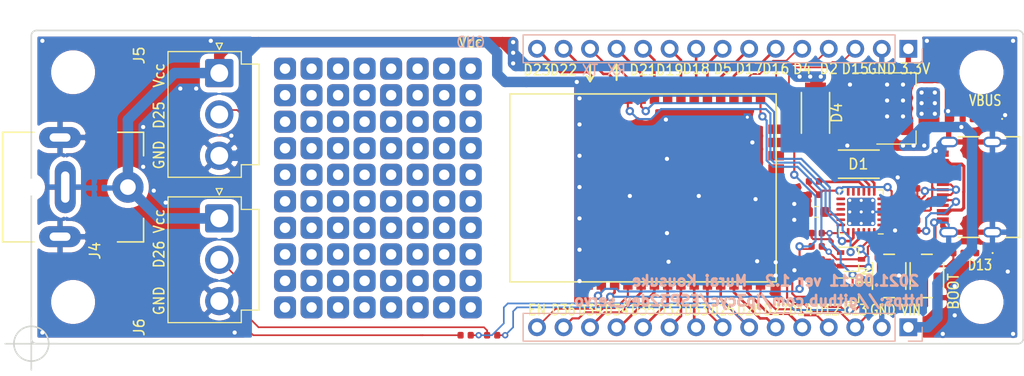
<source format=kicad_pcb>
(kicad_pcb (version 20171130) (host pcbnew "(5.1.10)-1")
  (layers (0 F.Cu signal) (31 B.Cu signal) (34 B.Paste user) (35 F.Paste user) (36 B.SilkS user) (37 F.SilkS user) (38 B.Mask user) (39 F.Mask user) (44 Edge.Cuts user))
  (net 0 "")
  (net 1 "Net-(C1-Pad1)")
  (net 2 GND)
  (net 3 "Net-(C2-Pad1)")
  (net 4 ~RESET)
  (net 5 "Net-(C4-Pad1)")
  (net 6 "Net-(C5-Pad1)")
  (net 7 VBUS)
  (net 8 +3V3)
  (net 9 "Net-(J2-Pad11)")
  (net 10 "Net-(J2-Pad12)")
  (net 11 "Net-(J2-Pad13)")
  (net 12 "Net-(J3-Pad15)")
  (net 13 "Net-(J3-Pad14)")
  (net 14 RXD)
  (net 15 TXD)
  (net 16 "Net-(J3-Pad11)")
  (net 17 "Net-(J3-Pad10)")
  (net 18 "Net-(J3-Pad9)")
  (net 19 "Net-(J3-Pad8)")
  (net 20 RTS)
  (net 21 IO0)
  (net 22 DTR)
  (net 23 "Net-(R5-Pad1)")
  (net 24 "Net-(R6-Pad1)")
  (net 25 "Net-(R7-Pad1)")
  (net 26 "Net-(J2-Pad14)")
  (net 27 "Net-(D1-Pad2)")
  (net 28 "Net-(J5-Pad2)")
  (net 29 "Net-(J6-Pad2)")
  (net 30 "Net-(C8-Pad1)")
  (net 31 "Net-(J1-PadA5)")
  (net 32 "Net-(J1-PadB5)")
  (net 33 "Net-(Q1-Pad1)")
  (net 34 "Net-(Q2-Pad1)")
  (net 35 "Net-(D2-Pad2)")
  (net 36 "Net-(D3-Pad2)")
  (net 37 IO13)
  (net 38 IO12)
  (net 39 IO14)
  (net 40 IO27)
  (net 41 IO26)
  (net 42 IO25)
  (net 43 IO33)
  (net 44 IO32)
  (net 45 IO17)
  (net 46 IO16)
  (net 47 IO4)
  (net 48 IO2)
  (net 49 IO15)
  (net 50 "Net-(J1-PadA8)")
  (net 51 "Net-(J1-PadB8)")
  (net 52 "Net-(U1-Pad1)")
  (net 53 "Net-(U1-Pad10)")
  (net 54 "Net-(U1-Pad11)")
  (net 55 "Net-(U1-Pad12)")
  (net 56 "Net-(U1-Pad13)")
  (net 57 "Net-(U1-Pad14)")
  (net 58 "Net-(U1-Pad15)")
  (net 59 "Net-(U1-Pad17)")
  (net 60 "Net-(U1-Pad18)")
  (net 61 "Net-(U1-Pad22)")
  (net 62 "Net-(U1-Pad24)")
  (net 63 "Net-(U2-Pad17)")
  (net 64 "Net-(U2-Pad18)")
  (net 65 "Net-(U2-Pad19)")
  (net 66 "Net-(U2-Pad20)")
  (net 67 "Net-(U2-Pad21)")
  (net 68 "Net-(U2-Pad22)")
  (net 69 "Net-(U2-Pad32)")
  (module universal:universal-1pin (layer F.Cu) (at 119.38 73.66)
    (fp_text reference "" hide)
    (fp_text value "" hide)
    (pad "" thru_hole roundrect (at 0 0) (size 2.1 2.1) (drill 1) (layers *.Cu *.Mask))
  )
  (module universal:universal-1pin (layer F.Cu) (at 124.46 73.66)
    (fp_text reference "" hide)
    (fp_text value "" hide)
    (pad "" thru_hole roundrect (at 0 0) (size 2.1 2.1) (drill 1) (layers *.Cu *.Mask))
  )
  (module universal:universal-1pin (layer F.Cu) (at 114.3 73.66)
    (fp_text reference "" hide)
    (fp_text value "" hide)
    (pad "" thru_hole roundrect (at 0 0) (size 2.1 2.1) (drill 1) (layers *.Cu *.Mask))
  )
  (module universal:universal-1pin (layer F.Cu) (at 129.54 73.66)
    (fp_text reference "" hide)
    (fp_text value "" hide)
    (pad "" thru_hole roundrect (at 0 0) (size 2.1 2.1) (drill 1) (layers *.Cu *.Mask))
  )
  (module universal:universal-1pin (layer F.Cu) (at 132.08 73.66)
    (fp_text reference "" hide)
    (fp_text value "" hide)
    (pad "" thru_hole roundrect (at 0 0) (size 2.1 2.1) (drill 1) (layers *.Cu *.Mask))
  )
  (module universal:universal-1pin (layer F.Cu) (at 127 73.66)
    (fp_text reference "" hide)
    (fp_text value "" hide)
    (pad "" thru_hole roundrect (at 0 0) (size 2.1 2.1) (drill 1) (layers *.Cu *.Mask))
  )
  (module universal:universal-1pin (layer F.Cu) (at 121.92 73.66)
    (fp_text reference "" hide)
    (fp_text value "" hide)
    (pad "" thru_hole roundrect (at 0 0) (size 2.1 2.1) (drill 1) (layers *.Cu *.Mask))
  )
  (module universal:universal-1pin (layer F.Cu) (at 116.84 73.66)
    (fp_text reference "" hide)
    (fp_text value "" hide)
    (pad "" thru_hole roundrect (at 0 0) (size 2.1 2.1) (drill 1) (layers *.Cu *.Mask))
  )
  (module universal:universal-1pin (layer F.Cu) (at 132.08 96.52)
    (fp_text reference "" hide)
    (fp_text value "" hide)
    (pad "" thru_hole roundrect (at 0 0) (size 2.1 2.1) (drill 1) (layers *.Cu *.Mask))
  )
  (module universal:universal-1pin (layer F.Cu) (at 129.54 96.52)
    (fp_text reference "" hide)
    (fp_text value "" hide)
    (pad "" thru_hole roundrect (at 0 0) (size 2.1 2.1) (drill 1) (layers *.Cu *.Mask))
  )
  (module universal:universal-1pin (layer F.Cu) (at 119.38 96.52)
    (fp_text reference "" hide)
    (fp_text value "" hide)
    (pad "" thru_hole roundrect (at 0 0) (size 2.1 2.1) (drill 1) (layers *.Cu *.Mask))
  )
  (module universal:universal-1pin (layer F.Cu) (at 121.92 96.52)
    (fp_text reference "" hide)
    (fp_text value "" hide)
    (pad "" thru_hole roundrect (at 0 0) (size 2.1 2.1) (drill 1) (layers *.Cu *.Mask))
  )
  (module universal:universal-1pin (layer F.Cu) (at 127 96.52)
    (fp_text reference "" hide)
    (fp_text value "" hide)
    (pad "" thru_hole roundrect (at 0 0) (size 2.1 2.1) (drill 1) (layers *.Cu *.Mask))
  )
  (module universal:universal-1pin (layer F.Cu) (at 114.3 96.52)
    (fp_text reference "" hide)
    (fp_text value "" hide)
    (pad "" thru_hole roundrect (at 0 0) (size 2.1 2.1) (drill 1) (layers *.Cu *.Mask))
  )
  (module universal:universal-1pin (layer F.Cu) (at 116.84 96.52)
    (fp_text reference "" hide)
    (fp_text value "" hide)
    (pad "" thru_hole roundrect (at 0 0) (size 2.1 2.1) (drill 1) (layers *.Cu *.Mask))
  )
  (module universal:universal-1pin (layer F.Cu) (at 124.46 96.52)
    (fp_text reference "" hide)
    (fp_text value "" hide)
    (pad "" thru_hole roundrect (at 0 0) (size 2.1 2.1) (drill 1) (layers *.Cu *.Mask))
  )
  (module universal:universal-1pin (layer F.Cu) (at 129.54 93.98)
    (fp_text reference "" hide)
    (fp_text value "" hide)
    (pad "" thru_hole roundrect (at 0 0) (size 2.1 2.1) (drill 1) (layers *.Cu *.Mask))
  )
  (module universal:universal-1pin (layer F.Cu) (at 127 93.98)
    (fp_text reference "" hide)
    (fp_text value "" hide)
    (pad "" thru_hole roundrect (at 0 0) (size 2.1 2.1) (drill 1) (layers *.Cu *.Mask))
  )
  (module universal:universal-1pin (layer F.Cu) (at 116.84 93.98)
    (fp_text reference "" hide)
    (fp_text value "" hide)
    (pad "" thru_hole roundrect (at 0 0) (size 2.1 2.1) (drill 1) (layers *.Cu *.Mask))
  )
  (module universal:universal-1pin (layer F.Cu) (at 132.08 93.98)
    (fp_text reference "" hide)
    (fp_text value "" hide)
    (pad "" thru_hole roundrect (at 0 0) (size 2.1 2.1) (drill 1) (layers *.Cu *.Mask))
  )
  (module universal:universal-1pin (layer F.Cu) (at 121.92 93.98)
    (fp_text reference "" hide)
    (fp_text value "" hide)
    (pad "" thru_hole roundrect (at 0 0) (size 2.1 2.1) (drill 1) (layers *.Cu *.Mask))
  )
  (module universal:universal-1pin (layer F.Cu) (at 119.38 93.98)
    (fp_text reference "" hide)
    (fp_text value "" hide)
    (pad "" thru_hole roundrect (at 0 0) (size 2.1 2.1) (drill 1) (layers *.Cu *.Mask))
  )
  (module universal:universal-1pin (layer F.Cu) (at 114.3 93.98)
    (fp_text reference "" hide)
    (fp_text value "" hide)
    (pad "" thru_hole roundrect (at 0 0) (size 2.1 2.1) (drill 1) (layers *.Cu *.Mask))
  )
  (module universal:universal-1pin (layer F.Cu) (at 116.84 91.44)
    (fp_text reference "" hide)
    (fp_text value "" hide)
    (pad "" thru_hole roundrect (at 0 0) (size 2.1 2.1) (drill 1) (layers *.Cu *.Mask))
  )
  (module universal:universal-1pin (layer F.Cu) (at 124.46 88.9)
    (fp_text reference "" hide)
    (fp_text value "" hide)
    (pad "" thru_hole roundrect (at 0 0) (size 2.1 2.1) (drill 1) (layers *.Cu *.Mask))
  )
  (module universal:universal-1pin (layer F.Cu) (at 114.3 88.9)
    (fp_text reference "" hide)
    (fp_text value "" hide)
    (pad "" thru_hole roundrect (at 0 0) (size 2.1 2.1) (drill 1) (layers *.Cu *.Mask))
  )
  (module universal:universal-1pin (layer F.Cu) (at 116.84 88.9)
    (fp_text reference "" hide)
    (fp_text value "" hide)
    (pad "" thru_hole roundrect (at 0 0) (size 2.1 2.1) (drill 1) (layers *.Cu *.Mask))
  )
  (module universal:universal-1pin (layer F.Cu) (at 114.3 86.36)
    (fp_text reference "" hide)
    (fp_text value "" hide)
    (pad "" thru_hole roundrect (at 0 0) (size 2.1 2.1) (drill 1) (layers *.Cu *.Mask))
  )
  (module universal:universal-1pin (layer F.Cu) (at 127 88.9)
    (fp_text reference "" hide)
    (fp_text value "" hide)
    (pad "" thru_hole roundrect (at 0 0) (size 2.1 2.1) (drill 1) (layers *.Cu *.Mask))
  )
  (module universal:universal-1pin (layer F.Cu) (at 129.54 86.36)
    (fp_text reference "" hide)
    (fp_text value "" hide)
    (pad "" thru_hole roundrect (at 0 0) (size 2.1 2.1) (drill 1) (layers *.Cu *.Mask))
  )
  (module universal:universal-1pin (layer F.Cu) (at 127 91.44)
    (fp_text reference "" hide)
    (fp_text value "" hide)
    (pad "" thru_hole roundrect (at 0 0) (size 2.1 2.1) (drill 1) (layers *.Cu *.Mask))
  )
  (module universal:universal-1pin (layer F.Cu) (at 129.54 91.44)
    (fp_text reference "" hide)
    (fp_text value "" hide)
    (pad "" thru_hole roundrect (at 0 0) (size 2.1 2.1) (drill 1) (layers *.Cu *.Mask))
  )
  (module universal:universal-1pin (layer F.Cu) (at 132.08 88.9)
    (fp_text reference "" hide)
    (fp_text value "" hide)
    (pad "" thru_hole roundrect (at 0 0) (size 2.1 2.1) (drill 1) (layers *.Cu *.Mask))
  )
  (module universal:universal-1pin (layer F.Cu) (at 121.92 88.9)
    (fp_text reference "" hide)
    (fp_text value "" hide)
    (pad "" thru_hole roundrect (at 0 0) (size 2.1 2.1) (drill 1) (layers *.Cu *.Mask))
  )
  (module universal:universal-1pin (layer F.Cu) (at 119.38 88.9)
    (fp_text reference "" hide)
    (fp_text value "" hide)
    (pad "" thru_hole roundrect (at 0 0) (size 2.1 2.1) (drill 1) (layers *.Cu *.Mask))
  )
  (module universal:universal-1pin (layer F.Cu) (at 132.08 91.44)
    (fp_text reference "" hide)
    (fp_text value "" hide)
    (pad "" thru_hole roundrect (at 0 0) (size 2.1 2.1) (drill 1) (layers *.Cu *.Mask))
  )
  (module universal:universal-1pin (layer F.Cu) (at 121.92 91.44)
    (fp_text reference "" hide)
    (fp_text value "" hide)
    (pad "" thru_hole roundrect (at 0 0) (size 2.1 2.1) (drill 1) (layers *.Cu *.Mask))
  )
  (module universal:universal-1pin (layer F.Cu) (at 119.38 91.44)
    (fp_text reference "" hide)
    (fp_text value "" hide)
    (pad "" thru_hole roundrect (at 0 0) (size 2.1 2.1) (drill 1) (layers *.Cu *.Mask))
  )
  (module universal:universal-1pin (layer F.Cu) (at 132.08 86.36)
    (fp_text reference "" hide)
    (fp_text value "" hide)
    (pad "" thru_hole roundrect (at 0 0) (size 2.1 2.1) (drill 1) (layers *.Cu *.Mask))
  )
  (module universal:universal-1pin (layer F.Cu) (at 119.38 86.36)
    (fp_text reference "" hide)
    (fp_text value "" hide)
    (pad "" thru_hole roundrect (at 0 0) (size 2.1 2.1) (drill 1) (layers *.Cu *.Mask))
  )
  (module universal:universal-1pin (layer F.Cu) (at 127 86.36)
    (fp_text reference "" hide)
    (fp_text value "" hide)
    (pad "" thru_hole roundrect (at 0 0) (size 2.1 2.1) (drill 1) (layers *.Cu *.Mask))
  )
  (module universal:universal-1pin (layer F.Cu) (at 116.84 86.36)
    (fp_text reference "" hide)
    (fp_text value "" hide)
    (pad "" thru_hole roundrect (at 0 0) (size 2.1 2.1) (drill 1) (layers *.Cu *.Mask))
  )
  (module universal:universal-1pin (layer F.Cu) (at 124.46 86.36)
    (fp_text reference "" hide)
    (fp_text value "" hide)
    (pad "" thru_hole roundrect (at 0 0) (size 2.1 2.1) (drill 1) (layers *.Cu *.Mask))
  )
  (module universal:universal-1pin (layer F.Cu) (at 124.46 93.98)
    (fp_text reference "" hide)
    (fp_text value "" hide)
    (pad "" thru_hole roundrect (at 0 0) (size 2.1 2.1) (drill 1) (layers *.Cu *.Mask))
  )
  (module universal:universal-1pin (layer F.Cu) (at 129.54 88.9)
    (fp_text reference "" hide)
    (fp_text value "" hide)
    (pad "" thru_hole roundrect (at 0 0) (size 2.1 2.1) (drill 1) (layers *.Cu *.Mask))
  )
  (module universal:universal-1pin (layer F.Cu) (at 124.46 91.44)
    (fp_text reference "" hide)
    (fp_text value "" hide)
    (pad "" thru_hole roundrect (at 0 0) (size 2.1 2.1) (drill 1) (layers *.Cu *.Mask))
  )
  (module universal:universal-1pin (layer F.Cu) (at 114.3 91.44)
    (fp_text reference "" hide)
    (fp_text value "" hide)
    (pad "" thru_hole roundrect (at 0 0) (size 2.1 2.1) (drill 1) (layers *.Cu *.Mask))
  )
  (module universal:universal-1pin (layer F.Cu) (at 121.92 86.36)
    (fp_text reference "" hide)
    (fp_text value "" hide)
    (pad "" thru_hole roundrect (at 0 0) (size 2.1 2.1) (drill 1) (layers *.Cu *.Mask))
  )
  (module universal:universal-1pin (layer F.Cu) (at 116.84 83.82)
    (fp_text reference "" hide)
    (fp_text value "" hide)
    (pad "" thru_hole roundrect (at 0 0) (size 2.1 2.1) (drill 1) (layers *.Cu *.Mask))
  )
  (module universal:universal-1pin (layer F.Cu) (at 127 83.82)
    (fp_text reference "" hide)
    (fp_text value "" hide)
    (pad "" thru_hole roundrect (at 0 0) (size 2.1 2.1) (drill 1) (layers *.Cu *.Mask))
  )
  (module universal:universal-1pin (layer F.Cu) (at 129.54 83.82)
    (fp_text reference "" hide)
    (fp_text value "" hide)
    (pad "" thru_hole roundrect (at 0 0) (size 2.1 2.1) (drill 1) (layers *.Cu *.Mask))
  )
  (module universal:universal-1pin (layer F.Cu) (at 132.08 83.82)
    (fp_text reference "" hide)
    (fp_text value "" hide)
    (pad "" thru_hole roundrect (at 0 0) (size 2.1 2.1) (drill 1) (layers *.Cu *.Mask))
  )
  (module universal:universal-1pin (layer F.Cu) (at 121.92 83.82)
    (fp_text reference "" hide)
    (fp_text value "" hide)
    (pad "" thru_hole roundrect (at 0 0) (size 2.1 2.1) (drill 1) (layers *.Cu *.Mask))
  )
  (module universal:universal-1pin (layer F.Cu) (at 119.38 83.82)
    (fp_text reference "" hide)
    (fp_text value "" hide)
    (pad "" thru_hole roundrect (at 0 0) (size 2.1 2.1) (drill 1) (layers *.Cu *.Mask))
  )
  (module universal:universal-1pin (layer F.Cu) (at 124.46 83.82)
    (fp_text reference "" hide)
    (fp_text value "" hide)
    (pad "" thru_hole roundrect (at 0 0) (size 2.1 2.1) (drill 1) (layers *.Cu *.Mask))
  )
  (module universal:universal-1pin (layer F.Cu) (at 114.3 83.82)
    (fp_text reference "" hide)
    (fp_text value "" hide)
    (pad "" thru_hole roundrect (at 0 0) (size 2.1 2.1) (drill 1) (layers *.Cu *.Mask))
  )
  (module universal:universal-1pin (layer F.Cu) (at 124.46 81.28)
    (fp_text reference "" hide)
    (fp_text value "" hide)
    (pad "" thru_hole roundrect (at 0 0) (size 2.1 2.1) (drill 1) (layers *.Cu *.Mask))
  )
  (module universal:universal-1pin (layer F.Cu) (at 114.3 81.28)
    (fp_text reference "" hide)
    (fp_text value "" hide)
    (pad "" thru_hole roundrect (at 0 0) (size 2.1 2.1) (drill 1) (layers *.Cu *.Mask))
  )
  (module universal:universal-1pin (layer F.Cu) (at 116.84 81.28)
    (fp_text reference "" hide)
    (fp_text value "" hide)
    (pad "" thru_hole roundrect (at 0 0) (size 2.1 2.1) (drill 1) (layers *.Cu *.Mask))
  )
  (module universal:universal-1pin (layer F.Cu) (at 127 81.28)
    (fp_text reference "" hide)
    (fp_text value "" hide)
    (pad "" thru_hole roundrect (at 0 0) (size 2.1 2.1) (drill 1) (layers *.Cu *.Mask))
  )
  (module universal:universal-1pin (layer F.Cu) (at 132.08 81.28)
    (fp_text reference "" hide)
    (fp_text value "" hide)
    (pad "" thru_hole roundrect (at 0 0) (size 2.1 2.1) (drill 1) (layers *.Cu *.Mask))
  )
  (module universal:universal-1pin (layer F.Cu) (at 121.92 81.28)
    (fp_text reference "" hide)
    (fp_text value "" hide)
    (pad "" thru_hole roundrect (at 0 0) (size 2.1 2.1) (drill 1) (layers *.Cu *.Mask))
  )
  (module universal:universal-1pin (layer F.Cu) (at 119.38 81.28)
    (fp_text reference "" hide)
    (fp_text value "" hide)
    (pad "" thru_hole roundrect (at 0 0) (size 2.1 2.1) (drill 1) (layers *.Cu *.Mask))
  )
  (module universal:universal-1pin (layer F.Cu) (at 129.54 81.28)
    (fp_text reference "" hide)
    (fp_text value "" hide)
    (pad "" thru_hole roundrect (at 0 0) (size 2.1 2.1) (drill 1) (layers *.Cu *.Mask))
  )
  (module universal:universal-1pin (layer F.Cu) (at 114.3 78.74)
    (fp_text reference "" hide)
    (fp_text value "" hide)
    (pad "" thru_hole roundrect (at 0 0) (size 2.1 2.1) (drill 1) (layers *.Cu *.Mask))
  )
  (module universal:universal-1pin (layer F.Cu) (at 129.54 78.74)
    (fp_text reference "" hide)
    (fp_text value "" hide)
    (pad "" thru_hole roundrect (at 0 0) (size 2.1 2.1) (drill 1) (layers *.Cu *.Mask))
  )
  (module universal:universal-1pin (layer F.Cu) (at 132.08 78.74)
    (fp_text reference "" hide)
    (fp_text value "" hide)
    (pad "" thru_hole roundrect (at 0 0) (size 2.1 2.1) (drill 1) (layers *.Cu *.Mask))
  )
  (module universal:universal-1pin (layer F.Cu) (at 119.38 78.74)
    (fp_text reference "" hide)
    (fp_text value "" hide)
    (pad "" thru_hole roundrect (at 0 0) (size 2.1 2.1) (drill 1) (layers *.Cu *.Mask))
  )
  (module universal:universal-1pin (layer F.Cu) (at 127 78.74)
    (fp_text reference "" hide)
    (fp_text value "" hide)
    (pad "" thru_hole roundrect (at 0 0) (size 2.1 2.1) (drill 1) (layers *.Cu *.Mask))
  )
  (module universal:universal-1pin (layer F.Cu) (at 116.84 78.74)
    (fp_text reference "" hide)
    (fp_text value "" hide)
    (pad "" thru_hole roundrect (at 0 0) (size 2.1 2.1) (drill 1) (layers *.Cu *.Mask))
  )
  (module universal:universal-1pin (layer F.Cu) (at 124.46 78.74)
    (fp_text reference "" hide)
    (fp_text value "" hide)
    (pad "" thru_hole roundrect (at 0 0) (size 2.1 2.1) (drill 1) (layers *.Cu *.Mask))
  )
  (module universal:universal-1pin (layer F.Cu) (at 121.92 78.74)
    (fp_text reference "" hide)
    (fp_text value "" hide)
    (pad "" thru_hole roundrect (at 0 0) (size 2.1 2.1) (drill 1) (layers *.Cu *.Mask))
  )
  (module universal:universal-1pin (layer F.Cu) (at 132.08 76.2)
    (fp_text reference "" hide)
    (fp_text value "" hide)
    (pad "" thru_hole roundrect (at 0 0) (size 2.1 2.1) (drill 1) (layers *.Cu *.Mask))
  )
  (module universal:universal-1pin (layer F.Cu) (at 129.54 76.2)
    (fp_text reference "" hide)
    (fp_text value "" hide)
    (pad "" thru_hole roundrect (at 0 0) (size 2.1 2.1) (drill 1) (layers *.Cu *.Mask))
  )
  (module universal:universal-1pin (layer F.Cu) (at 127 76.2)
    (fp_text reference "" hide)
    (fp_text value "" hide)
    (pad "" thru_hole roundrect (at 0 0) (size 2.1 2.1) (drill 1) (layers *.Cu *.Mask))
  )
  (module universal:universal-1pin (layer F.Cu) (at 124.46 76.2)
    (fp_text reference "" hide)
    (fp_text value "" hide)
    (pad "" thru_hole roundrect (at 0 0) (size 2.1 2.1) (drill 1) (layers *.Cu *.Mask))
  )
  (module universal:universal-1pin (layer F.Cu) (at 121.92 76.2)
    (fp_text reference "" hide)
    (fp_text value "" hide)
    (pad "" thru_hole roundrect (at 0 0) (size 2.1 2.1) (drill 1) (layers *.Cu *.Mask))
  )
  (module universal:universal-1pin (layer F.Cu) (at 119.38 76.2)
    (fp_text reference "" hide)
    (fp_text value "" hide)
    (pad "" thru_hole roundrect (at 0 0) (size 2.1 2.1) (drill 1) (layers *.Cu *.Mask))
  )
  (module universal:universal-1pin (layer F.Cu) (at 116.84 76.2)
    (fp_text reference "" hide)
    (fp_text value "" hide)
    (pad "" thru_hole roundrect (at 0 0) (size 2.1 2.1) (drill 1) (layers *.Cu *.Mask))
  )
  (module universal:universal-1pin (layer F.Cu) (at 114.3 76.2)
    (fp_text reference "" hide)
    (fp_text value "" hide)
    (pad "" thru_hole roundrect (at 0 0) (size 2.1 2.1) (drill 1) (layers *.Cu *.Mask))
  )
  (module Connector_JST:JST_VH_B3P-VH-B_1x03_P3.96mm_Vertical (layer F.Cu) (at 108 74.08 270)
    (fp_text reference J5 (at -1.69 7.67 270) (layer F.SilkS))
    (fp_text value "JST VH")
    (pad 1 thru_hole roundrect (at 0 0 270) (size 2.7 2.7) (drill 1.7) (layers *.Cu *.Mask) (roundrect_rratio 0.09259296296296296) (net 30 "Net-(C8-Pad1)"))
    (pad 2 thru_hole circle (at 3.96 0 270) (size 2.7 2.7) (drill 1.7) (layers *.Cu *.Mask) (net 28 "Net-(J5-Pad2)"))
    (pad 3 thru_hole circle (at 7.92 0 270) (size 2.7 2.7) (drill 1.7) (layers *.Cu *.Mask) (net 2 GND))
  )
  (module akizuki:2DC-G213-D42 (layer F.Cu) (at 87.25 85 90)
    (fp_text reference J4 (at -6.096 8.846 90) (layer F.SilkS))
    (fp_text value Jack-DC)
    (pad 2 thru_hole oval (at 0 6 90) (size 5 2) (drill oval 3 0.8) (layers *.Cu *.Mask) (net 2 GND))
    (pad 2 thru_hole oval (at -4.75 5.5 90) (size 2 4) (drill oval 0.8 2) (layers *.Cu *.Mask) (net 2 GND))
    (pad 1 thru_hole circle (at 0 12 90) (size 3 3) (drill 1.5) (layers *.Cu *.Mask) (net 30 "Net-(C8-Pad1)"))
    (pad 2 thru_hole oval (at 4.75 5.5 90) (size 2 4) (drill oval 0.8 2) (layers *.Cu *.Mask) (net 2 GND))
    (pad "" np_thru_hole circle (at 0 2.75 90) (size 1.6 1.6) (drill 1.6) (layers *.Cu *.Mask))
  )
  (module RS:SOD-128 (layer F.Cu) (at 165.1 77.892 180)
    (fp_text reference D4 (at -2.032 0 90) (layer F.SilkS))
    (fp_text value RBS5LAM40ATR)
    (pad 1 smd rect (at 0 -2.2 180) (size 2 1.4) (layers F.Cu F.Paste F.Mask) (net 7 VBUS))
    (pad 2 smd rect (at 0 2.2 180) (size 2 1.4) (layers F.Cu F.Paste F.Mask) (net 30 "Net-(C8-Pad1)"))
  )
  (module MountingHole:MountingHole_3.2mm_M3 (layer F.Cu) (at 181 96)
    (fp_text reference REF** hide)
    (fp_text value MountingHole_3.2mm_M3)
    (pad 1 np_thru_hole circle (at 0 0) (size 3.2 3.2) (drill 3.2) (layers *.Cu *.Mask))
  )
  (module MountingHole:MountingHole_3.2mm_M3 (layer F.Cu) (at 181 74)
    (fp_text reference REF** hide)
    (fp_text value MountingHole_3.2mm_M3)
    (pad 1 np_thru_hole circle (at 0 0) (size 3.2 3.2) (drill 3.2) (layers *.Cu *.Mask))
  )
  (module MountingHole:MountingHole_3.2mm_M3 (layer F.Cu) (at 94 96)
    (fp_text reference REF** hide)
    (fp_text value MountingHole_3.2mm_M3)
    (pad 1 np_thru_hole circle (at 0 0) (size 3.2 3.2) (drill 3.2) (layers *.Cu *.Mask))
  )
  (module ESP32:ESP32 (layer F.Cu) (at 143.322 85.18 90)
    (fp_text reference U2 hide)
    (fp_text value ESP-WROOM-32)
    (pad 1 smd rect (at -8.9 0 90) (size 1.5 0.9) (layers F.Cu F.Paste F.Mask) (net 2 GND))
    (pad 2 smd rect (at -8.9 1.27 90) (size 1.5 0.9) (layers F.Cu F.Paste F.Mask) (net 8 +3V3))
    (pad 3 smd rect (at -8.9 2.54 90) (size 1.5 0.9) (layers F.Cu F.Paste F.Mask) (net 4 ~RESET))
    (pad 4 smd rect (at -8.9 3.81 90) (size 1.5 0.9) (layers F.Cu F.Paste F.Mask) (net 26 "Net-(J2-Pad14)"))
    (pad 5 smd rect (at -8.9 5.08 90) (size 1.5 0.9) (layers F.Cu F.Paste F.Mask) (net 11 "Net-(J2-Pad13)"))
    (pad 6 smd rect (at -8.9 6.35 90) (size 1.5 0.9) (layers F.Cu F.Paste F.Mask) (net 10 "Net-(J2-Pad12)"))
    (pad 7 smd rect (at -8.9 7.62 90) (size 1.5 0.9) (layers F.Cu F.Paste F.Mask) (net 9 "Net-(J2-Pad11)"))
    (pad 8 smd rect (at -8.9 8.89 90) (size 1.5 0.9) (layers F.Cu F.Paste F.Mask) (net 44 IO32))
    (pad 9 smd rect (at -8.9 10.16 90) (size 1.5 0.9) (layers F.Cu F.Paste F.Mask) (net 43 IO33))
    (pad 10 smd rect (at -8.9 11.43 90) (size 1.5 0.9) (layers F.Cu F.Paste F.Mask) (net 42 IO25))
    (pad 11 smd rect (at -8.9 12.7 90) (size 1.5 0.9) (layers F.Cu F.Paste F.Mask) (net 41 IO26))
    (pad 12 smd rect (at -8.9 13.97 90) (size 1.5 0.9) (layers F.Cu F.Paste F.Mask) (net 40 IO27))
    (pad 13 smd rect (at -8.9 15.24 90) (size 1.5 0.9) (layers F.Cu F.Paste F.Mask) (net 39 IO14))
    (pad 14 smd rect (at -8.9 16.51 90) (size 1.5 0.9) (layers F.Cu F.Paste F.Mask) (net 38 IO12))
    (pad 15 smd rect (at -5.71 18.01 180) (size 1.5 0.9) (layers F.Cu F.Paste F.Mask) (net 2 GND))
    (pad 16 smd rect (at -4.44 18.01 180) (size 1.5 0.9) (layers F.Cu F.Paste F.Mask) (net 37 IO13))
    (pad 17 smd rect (at -3.17 18.01 180) (size 1.5 0.9) (layers F.Cu F.Paste F.Mask) (net 63 "Net-(U2-Pad17)"))
    (pad 18 smd rect (at -1.9 18.01 180) (size 1.5 0.9) (layers F.Cu F.Paste F.Mask) (net 64 "Net-(U2-Pad18)"))
    (pad 19 smd rect (at -0.63 18.01 180) (size 1.5 0.9) (layers F.Cu F.Paste F.Mask) (net 65 "Net-(U2-Pad19)"))
    (pad 20 smd rect (at 0.64 18.01 180) (size 1.5 0.9) (layers F.Cu F.Paste F.Mask) (net 66 "Net-(U2-Pad20)"))
    (pad 21 smd rect (at 1.91 18.01 180) (size 1.5 0.9) (layers F.Cu F.Paste F.Mask) (net 67 "Net-(U2-Pad21)"))
    (pad 22 smd rect (at 3.18 18.01 180) (size 1.5 0.9) (layers F.Cu F.Paste F.Mask) (net 68 "Net-(U2-Pad22)"))
    (pad 23 smd rect (at 4.45 18.01 180) (size 1.5 0.9) (layers F.Cu F.Paste F.Mask) (net 49 IO15))
    (pad 24 smd rect (at 5.72 18.01 180) (size 1.5 0.9) (layers F.Cu F.Paste F.Mask) (net 48 IO2))
    (pad 25 smd rect (at 8.9 16.51 90) (size 1.5 0.9) (layers F.Cu F.Paste F.Mask) (net 21 IO0))
    (pad 26 smd rect (at 8.9 15.24 90) (size 1.5 0.9) (layers F.Cu F.Paste F.Mask) (net 47 IO4))
    (pad 27 smd rect (at 8.9 13.97 90) (size 1.5 0.9) (layers F.Cu F.Paste F.Mask) (net 46 IO16))
    (pad 28 smd rect (at 8.9 12.7 90) (size 1.5 0.9) (layers F.Cu F.Paste F.Mask) (net 45 IO17))
    (pad 29 smd rect (at 8.9 11.43 90) (size 1.5 0.9) (layers F.Cu F.Paste F.Mask) (net 19 "Net-(J3-Pad8)"))
    (pad 30 smd rect (at 8.9 10.16 90) (size 1.5 0.9) (layers F.Cu F.Paste F.Mask) (net 18 "Net-(J3-Pad9)"))
    (pad 31 smd rect (at 8.9 8.89 90) (size 1.5 0.9) (layers F.Cu F.Paste F.Mask) (net 17 "Net-(J3-Pad10)"))
    (pad 32 smd rect (at 8.9 7.62 90) (size 1.5 0.9) (layers F.Cu F.Paste F.Mask) (net 69 "Net-(U2-Pad32)"))
    (pad 33 smd rect (at 8.9 6.35 90) (size 1.5 0.9) (layers F.Cu F.Paste F.Mask) (net 16 "Net-(J3-Pad11)"))
    (pad 34 smd rect (at 8.9 5.08 90) (size 1.5 0.9) (layers F.Cu F.Paste F.Mask) (net 15 TXD))
    (pad 35 smd rect (at 8.9 3.81 90) (size 1.5 0.9) (layers F.Cu F.Paste F.Mask) (net 14 RXD))
    (pad 36 smd rect (at 8.9 2.54 90) (size 1.5 0.9) (layers F.Cu F.Paste F.Mask) (net 13 "Net-(J3-Pad14)"))
    (pad 37 smd rect (at 8.9 1.27 90) (size 1.5 0.9) (layers F.Cu F.Paste F.Mask) (net 12 "Net-(J3-Pad15)"))
    (pad 38 smd rect (at 8.9 0 90) (size 1.5 0.9) (layers F.Cu F.Paste F.Mask) (net 2 GND))
    (pad GND smd rect (at -0.58 7.34 90) (size 4.5 4.5) (layers F.Cu F.Paste F.Mask))
  )
  (module Connector_JST:JST_VH_B3P-VH-B_1x03_P3.96mm_Vertical (layer F.Cu) (at 108 88 270)
    (fp_text reference J6 (at 10.425 7.67 90) (layer F.SilkS))
    (fp_text value "JST VH")
    (pad 3 thru_hole circle (at 7.92 0 270) (size 2.7 2.7) (drill 1.7) (layers *.Cu *.Mask) (net 2 GND))
    (pad 2 thru_hole circle (at 3.96 0 270) (size 2.7 2.7) (drill 1.7) (layers *.Cu *.Mask) (net 29 "Net-(J6-Pad2)"))
    (pad 1 thru_hole roundrect (at 0 0 270) (size 2.7 2.7) (drill 1.7) (layers *.Cu *.Mask) (roundrect_rratio 0.09259296296296296) (net 30 "Net-(C8-Pad1)"))
  )
  (module Capacitor_SMD:C_0402_1005Metric (layer B.Cu) (at 96.52 85.09 180)
    (fp_text reference C8 hide)
    (fp_text value 0.1u)
    (pad 2 smd roundrect (at 0.485 0 180) (size 0.59 0.64) (layers B.Cu B.Paste B.Mask) (net 2 GND))
    (pad 1 smd roundrect (at -0.485 0 180) (size 0.59 0.64) (layers B.Cu B.Paste B.Mask) (net 30 "Net-(C8-Pad1)"))
  )
  (module akizuki:5077CR-16SMC2-BK-TR (layer F.Cu) (at 177.292 85 90)
    (fp_text reference J1 hide)
    (fp_text value 5077CR-16SMC2-BK-TR)
    (pad A1 smd rect (at -3.35 0 90) (size 0.3 1.14) (layers F.Cu F.Paste F.Mask) (net 2 GND))
    (pad A5 smd rect (at -1.25 0 90) (size 0.3 1.14) (layers F.Cu F.Paste F.Mask) (net 31 "Net-(J1-PadA5)"))
    (pad B7 smd rect (at -0.75 0 90) (size 0.3 1.14) (layers F.Cu F.Paste F.Mask) (net 1 "Net-(C1-Pad1)"))
    (pad A6 smd rect (at -0.25 0 90) (size 0.3 1.14) (layers F.Cu F.Paste F.Mask) (net 3 "Net-(C2-Pad1)"))
    (pad A7 smd rect (at 0.25 0 90) (size 0.3 1.14) (layers F.Cu F.Adhes F.Paste F.Mask) (net 1 "Net-(C1-Pad1)"))
    (pad B6 smd rect (at 0.75 0 90) (size 0.3 1.14) (layers F.Cu F.Paste F.Mask) (net 3 "Net-(C2-Pad1)"))
    (pad A8 smd rect (at 1.25 0 90) (size 0.3 1.14) (layers F.Cu F.Paste F.Mask) (net 50 "Net-(J1-PadA8)"))
    (pad S1 thru_hole oval (at -4.32 0.565 90) (size 1 1.8) (drill oval 0.6 1.4) (layers *.Cu *.Mask) (net 2 GND))
    (pad "" np_thru_hole circle (at -2.875 1.075 90) (size 0.65 0.65) (drill 0.65) (layers *.Cu *.Mask))
    (pad "" np_thru_hole circle (at 2.875 1.075 90) (size 0.65 0.65) (drill 0.65) (layers *.Cu *.Mask))
    (pad B12 smd rect (at -3.05 0 90) (size 0.3 1.14) (layers F.Cu F.Paste F.Mask) (net 2 GND))
    (pad B8 smd rect (at -1.75 0 90) (size 0.3 1.14) (layers F.Cu F.Paste F.Mask) (net 51 "Net-(J1-PadB8)"))
    (pad A4 smd rect (at -2.55 0 90) (size 0.3 1.14) (layers F.Cu F.Paste F.Mask) (net 27 "Net-(D1-Pad2)"))
    (pad B9 smd rect (at -2.25 0 90) (size 0.3 1.14) (layers F.Cu F.Paste F.Mask) (net 27 "Net-(D1-Pad2)"))
    (pad B5 smd rect (at 1.75 0 90) (size 0.3 1.14) (layers F.Cu F.Paste F.Mask) (net 32 "Net-(J1-PadB5)"))
    (pad B4 smd rect (at 2.25 0 90) (size 0.3 1.14) (layers F.Cu F.Paste F.Mask) (net 27 "Net-(D1-Pad2)"))
    (pad A9 smd rect (at 2.55 0 90) (size 0.3 1.14) (layers F.Cu F.Paste F.Mask) (net 27 "Net-(D1-Pad2)"))
    (pad B1 smd rect (at 3.05 0 90) (size 0.3 1.14) (layers F.Cu F.Paste F.Mask) (net 2 GND))
    (pad A12 smd rect (at 3.35 0 90) (size 0.3 1.14) (layers F.Cu F.Paste F.Mask) (net 2 GND))
    (pad S1 thru_hole oval (at -4.32 4.755 90) (size 1 1.8) (drill oval 0.6 1.4) (layers *.Cu *.Mask) (net 2 GND))
    (pad S1 thru_hole oval (at 4.32 0.565 90) (size 1 1.8) (drill oval 0.6 1.4) (layers *.Cu *.Mask) (net 2 GND))
    (pad S1 thru_hole oval (at 4.32 4.755 90) (size 1 1.8) (drill oval 0.6 1.4) (layers *.Cu *.Mask) (net 2 GND))
  )
  (module Package_TO_SOT_SMD:SOT-223 (layer F.Cu) (at 172.822 77.47)
    (fp_text reference U3 hide)
    (fp_text value TC2117)
    (pad 4 smd rect (at 3.15 0) (size 2 3.8) (layers F.Cu F.Paste F.Mask))
    (pad 2 smd rect (at -3.15 0) (size 2 1.5) (layers F.Cu F.Paste F.Mask) (net 8 +3V3))
    (pad 3 smd rect (at -3.15 2.3) (size 2 1.5) (layers F.Cu F.Paste F.Mask) (net 7 VBUS))
    (pad 1 smd rect (at -3.15 -2.3) (size 2 1.5) (layers F.Cu F.Paste F.Mask) (net 2 GND))
  )
  (module RS:SOD-128 (layer F.Cu) (at 169.25 82.804 90)
    (fp_text reference D1 (at 0.004 -0.05 180) (layer F.SilkS))
    (fp_text value RBS5LAM40ATR)
    (pad 1 smd rect (at 0 -2.2 90) (size 2 1.4) (layers F.Cu F.Paste F.Mask) (net 7 VBUS))
    (pad 2 smd rect (at 0 2.2 90) (size 2 1.4) (layers F.Cu F.Paste F.Mask) (net 27 "Net-(D1-Pad2)"))
  )
  (module akizuki:SKRPACE010 (layer F.Cu) (at 175.768 93.515 270)
    (fp_text reference SW1 hide)
    (fp_text value MODE)
    (pad 1 smd rect (at -2.075 1.075 270) (size 1.05 0.65) (layers F.Cu F.Paste F.Mask) (net 21 IO0))
    (pad 2 smd rect (at -2.075 -1.075 270) (size 1.05 0.65) (layers F.Cu F.Paste F.Mask) (net 2 GND))
    (pad 2 smd rect (at 2.075 -1.075 270) (size 1.05 0.65) (layers F.Cu F.Paste F.Mask) (net 2 GND))
    (pad 1 smd rect (at 2.075 1.075 270) (size 1.05 0.65) (layers F.Cu F.Paste F.Mask) (net 21 IO0))
  )
  (module Package_TO_SOT_SMD:SOT-323_SC-70 (layer F.Cu) (at 168.507075 94.869)
    (fp_text reference Q1 hide)
    (fp_text value 2SC4081)
    (pad 1 smd rect (at -1 -0.65 270) (size 0.45 0.7) (layers F.Cu F.Paste F.Mask) (net 33 "Net-(Q1-Pad1)"))
    (pad 2 smd rect (at -1 0.65 270) (size 0.45 0.7) (layers F.Cu F.Paste F.Mask) (net 20 RTS))
    (pad 3 smd rect (at 1 0 270) (size 0.45 0.7) (layers F.Cu F.Paste F.Mask) (net 4 ~RESET))
  )
  (module akizuki:SKRPACE010 (layer F.Cu) (at 172.153 93.515 270)
    (fp_text reference SW2 hide)
    (fp_text value RESET)
    (pad 1 smd rect (at 2.075 1.075 270) (size 1.05 0.65) (layers F.Cu F.Paste F.Mask) (net 4 ~RESET))
    (pad 2 smd rect (at 2.075 -1.075 270) (size 1.05 0.65) (layers F.Cu F.Paste F.Mask) (net 2 GND))
    (pad 2 smd rect (at -2.075 -1.075 270) (size 1.05 0.65) (layers F.Cu F.Paste F.Mask) (net 2 GND))
    (pad 1 smd rect (at -2.075 1.075 270) (size 1.05 0.65) (layers F.Cu F.Paste F.Mask) (net 4 ~RESET))
  )
  (module Connector_PinHeader_2.54mm:PinHeader_1x15_P2.54mm_Vertical (layer B.Cu) (at 173.99 98.425 90)
    (fp_text reference J2 hide)
    (fp_text value Conn_01x15)
    (pad 1 thru_hole rect (at 0 0 90) (size 1.7 1.7) (drill 1) (layers *.Cu *.Mask) (net 7 VBUS))
    (pad 2 thru_hole oval (at 0 -2.54 90) (size 1.7 1.7) (drill 1) (layers *.Cu *.Mask) (net 2 GND))
    (pad 3 thru_hole oval (at 0 -5.08 90) (size 1.7 1.7) (drill 1) (layers *.Cu *.Mask) (net 37 IO13))
    (pad 4 thru_hole oval (at 0 -7.62 90) (size 1.7 1.7) (drill 1) (layers *.Cu *.Mask) (net 38 IO12))
    (pad 5 thru_hole oval (at 0 -10.16 90) (size 1.7 1.7) (drill 1) (layers *.Cu *.Mask) (net 39 IO14))
    (pad 6 thru_hole oval (at 0 -12.7 90) (size 1.7 1.7) (drill 1) (layers *.Cu *.Mask) (net 40 IO27))
    (pad 7 thru_hole oval (at 0 -15.24 90) (size 1.7 1.7) (drill 1) (layers *.Cu *.Mask) (net 41 IO26))
    (pad 8 thru_hole oval (at 0 -17.78 90) (size 1.7 1.7) (drill 1) (layers *.Cu *.Mask) (net 42 IO25))
    (pad 9 thru_hole oval (at 0 -20.32 90) (size 1.7 1.7) (drill 1) (layers *.Cu *.Mask) (net 43 IO33))
    (pad 10 thru_hole oval (at 0 -22.86 90) (size 1.7 1.7) (drill 1) (layers *.Cu *.Mask) (net 44 IO32))
    (pad 11 thru_hole oval (at 0 -25.4 90) (size 1.7 1.7) (drill 1) (layers *.Cu *.Mask) (net 9 "Net-(J2-Pad11)"))
    (pad 12 thru_hole oval (at 0 -27.94 90) (size 1.7 1.7) (drill 1) (layers *.Cu *.Mask) (net 10 "Net-(J2-Pad12)"))
    (pad 13 thru_hole oval (at 0 -30.48 90) (size 1.7 1.7) (drill 1) (layers *.Cu *.Mask) (net 11 "Net-(J2-Pad13)"))
    (pad 14 thru_hole oval (at 0 -33.02 90) (size 1.7 1.7) (drill 1) (layers *.Cu *.Mask) (net 26 "Net-(J2-Pad14)"))
    (pad 15 thru_hole oval (at 0 -35.56 90) (size 1.7 1.7) (drill 1) (layers *.Cu *.Mask) (net 4 ~RESET))
  )
  (module Capacitor_SMD:C_0603_1608Metric (layer F.Cu) (at 165.2015 87.376 180)
    (fp_text reference C5 hide)
    (fp_text value 4.7u)
    (pad 2 smd roundrect (at 0.7875 0 180) (size 0.875 0.95) (layers F.Cu F.Paste F.Mask) (net 2 GND))
    (pad 1 smd roundrect (at -0.7875 0 180) (size 0.875 0.95) (layers F.Cu F.Paste F.Mask) (net 6 "Net-(C5-Pad1)"))
  )
  (module Connector_PinHeader_2.54mm:PinHeader_1x15_P2.54mm_Vertical (layer B.Cu) (at 173.99 71.755 90)
    (fp_text reference J3 hide)
    (fp_text value Conn_01x15)
    (pad 15 thru_hole oval (at 0 -35.56 90) (size 1.7 1.7) (drill 1) (layers *.Cu *.Mask) (net 12 "Net-(J3-Pad15)"))
    (pad 14 thru_hole oval (at 0 -33.02 90) (size 1.7 1.7) (drill 1) (layers *.Cu *.Mask) (net 13 "Net-(J3-Pad14)"))
    (pad 13 thru_hole oval (at 0 -30.48 90) (size 1.7 1.7) (drill 1) (layers *.Cu *.Mask) (net 14 RXD))
    (pad 12 thru_hole oval (at 0 -27.94 90) (size 1.7 1.7) (drill 1) (layers *.Cu *.Mask) (net 15 TXD))
    (pad 11 thru_hole oval (at 0 -25.4 90) (size 1.7 1.7) (drill 1) (layers *.Cu *.Mask) (net 16 "Net-(J3-Pad11)"))
    (pad 10 thru_hole oval (at 0 -22.86 90) (size 1.7 1.7) (drill 1) (layers *.Cu *.Mask) (net 17 "Net-(J3-Pad10)"))
    (pad 9 thru_hole oval (at 0 -20.32 90) (size 1.7 1.7) (drill 1) (layers *.Cu *.Mask) (net 18 "Net-(J3-Pad9)"))
    (pad 8 thru_hole oval (at 0 -17.78 90) (size 1.7 1.7) (drill 1) (layers *.Cu *.Mask) (net 19 "Net-(J3-Pad8)"))
    (pad 7 thru_hole oval (at 0 -15.24 90) (size 1.7 1.7) (drill 1) (layers *.Cu *.Mask) (net 45 IO17))
    (pad 6 thru_hole oval (at 0 -12.7 90) (size 1.7 1.7) (drill 1) (layers *.Cu *.Mask) (net 46 IO16))
    (pad 5 thru_hole oval (at 0 -10.16 90) (size 1.7 1.7) (drill 1) (layers *.Cu *.Mask) (net 47 IO4))
    (pad 4 thru_hole oval (at 0 -7.62 90) (size 1.7 1.7) (drill 1) (layers *.Cu *.Mask) (net 48 IO2))
    (pad 3 thru_hole oval (at 0 -5.08 90) (size 1.7 1.7) (drill 1) (layers *.Cu *.Mask) (net 49 IO15))
    (pad 2 thru_hole oval (at 0 -2.54 90) (size 1.7 1.7) (drill 1) (layers *.Cu *.Mask) (net 2 GND))
    (pad 1 thru_hole rect (at 0 0 90) (size 1.7 1.7) (drill 1) (layers *.Cu *.Mask) (net 8 +3V3))
  )
  (module Package_DFN_QFN:QFN-24-1EP_4x4mm_P0.5mm_EP2.7x2.7mm_ThermalVias (layer F.Cu) (at 169.479 87.376 180)
    (fp_text reference U1 hide)
    (fp_text value CP2104-F03-GM)
    (pad 25 smd roundrect (at 0 0 180) (size 2.7 2.7) (layers F.Cu F.Mask) (roundrect_rratio 0.093))
    (pad 25 thru_hole circle (at -1.1 -1.1 180) (size 0.5 0.5) (drill 0.3) (layers *.Cu))
    (pad 25 thru_hole circle (at 0 -1.1 180) (size 0.5 0.5) (drill 0.3) (layers *.Cu))
    (pad 25 thru_hole circle (at 1.1 -1.1 180) (size 0.5 0.5) (drill 0.3) (layers *.Cu))
    (pad 25 thru_hole circle (at -1.1 0 180) (size 0.5 0.5) (drill 0.3) (layers *.Cu))
    (pad 25 thru_hole circle (at 0 0 180) (size 0.5 0.5) (drill 0.3) (layers *.Cu))
    (pad 25 thru_hole circle (at 1.1 0 180) (size 0.5 0.5) (drill 0.3) (layers *.Cu))
    (pad 25 thru_hole circle (at -1.1 1.1 180) (size 0.5 0.5) (drill 0.3) (layers *.Cu))
    (pad 25 thru_hole circle (at 0 1.1 180) (size 0.5 0.5) (drill 0.3) (layers *.Cu))
    (pad 25 thru_hole circle (at 1.1 1.1 180) (size 0.5 0.5) (drill 0.3) (layers *.Cu))
    (pad 25 smd roundrect (at 0 0 180) (size 2.7 2.7) (layers B.Cu) (roundrect_rratio 0.093))
    (pad 1 smd roundrect (at -1.9625 -1.25 180) (size 0.825 0.25) (layers F.Cu F.Paste F.Mask) (net 52 "Net-(U1-Pad1)"))
    (pad 2 smd roundrect (at -1.9625 -0.75 180) (size 0.825 0.25) (layers F.Cu F.Paste F.Mask) (net 2 GND))
    (pad 3 smd roundrect (at -1.9625 -0.25 180) (size 0.825 0.25) (layers F.Cu F.Paste F.Mask) (net 24 "Net-(R6-Pad1)"))
    (pad 4 smd roundrect (at -1.9625 0.25 180) (size 0.825 0.25) (layers F.Cu F.Paste F.Mask) (net 23 "Net-(R5-Pad1)"))
    (pad 5 smd roundrect (at -1.9625 0.75 180) (size 0.825 0.25) (layers F.Cu F.Paste F.Mask) (net 5 "Net-(C4-Pad1)"))
    (pad 6 smd roundrect (at -1.9625 1.25 180) (size 0.825 0.25) (layers F.Cu F.Paste F.Mask) (net 5 "Net-(C4-Pad1)"))
    (pad 7 smd roundrect (at -1.25 1.9625 180) (size 0.25 0.825) (layers F.Cu F.Paste F.Mask) (net 7 VBUS))
    (pad 8 smd roundrect (at -0.75 1.9625 180) (size 0.25 0.825) (layers F.Cu F.Paste F.Mask) (net 7 VBUS))
    (pad 9 smd roundrect (at -0.25 1.9625 180) (size 0.25 0.825) (layers F.Cu F.Paste F.Mask) (net 25 "Net-(R7-Pad1)"))
    (pad 10 smd roundrect (at 0.25 1.9625 180) (size 0.25 0.825) (layers F.Cu F.Paste F.Mask) (net 53 "Net-(U1-Pad10)"))
    (pad 11 smd roundrect (at 0.75 1.9625 180) (size 0.25 0.825) (layers F.Cu F.Paste F.Mask) (net 54 "Net-(U1-Pad11)"))
    (pad 12 smd roundrect (at 1.25 1.9625 180) (size 0.25 0.825) (layers F.Cu F.Paste F.Mask) (net 55 "Net-(U1-Pad12)"))
    (pad 13 smd roundrect (at 1.9625 1.25 180) (size 0.825 0.25) (layers F.Cu F.Paste F.Mask) (net 56 "Net-(U1-Pad13)"))
    (pad 14 smd roundrect (at 1.9625 0.75 180) (size 0.825 0.25) (layers F.Cu F.Paste F.Mask) (net 57 "Net-(U1-Pad14)"))
    (pad 15 smd roundrect (at 1.9625 0.25 180) (size 0.825 0.25) (layers F.Cu F.Paste F.Mask) (net 58 "Net-(U1-Pad15)"))
    (pad 16 smd roundrect (at 1.9625 -0.25 180) (size 0.825 0.25) (layers F.Cu F.Paste F.Mask) (net 6 "Net-(C5-Pad1)"))
    (pad 17 smd roundrect (at 1.9625 -0.75 180) (size 0.825 0.25) (layers F.Cu F.Paste F.Mask) (net 59 "Net-(U1-Pad17)"))
    (pad 18 smd roundrect (at 1.9625 -1.25 180) (size 0.825 0.25) (layers F.Cu F.Paste F.Mask) (net 60 "Net-(U1-Pad18)"))
    (pad 19 smd roundrect (at 1.25 -1.9625 180) (size 0.25 0.825) (layers F.Cu F.Paste F.Mask) (net 20 RTS))
    (pad 20 smd roundrect (at 0.75 -1.9625 180) (size 0.25 0.825) (layers F.Cu F.Paste F.Mask) (net 14 RXD))
    (pad 21 smd roundrect (at 0.25 -1.9625 180) (size 0.25 0.825) (layers F.Cu F.Paste F.Mask) (net 15 TXD))
    (pad 22 smd roundrect (at -0.25 -1.9625 180) (size 0.25 0.825) (layers F.Cu F.Paste F.Mask) (net 61 "Net-(U1-Pad22)"))
    (pad 23 smd roundrect (at -0.75 -1.9625 180) (size 0.25 0.825) (layers F.Cu F.Paste F.Mask) (net 22 DTR))
    (pad 24 smd roundrect (at -1.25 -1.9625 180) (size 0.25 0.825) (layers F.Cu F.Paste F.Mask) (net 62 "Net-(U1-Pad24)"))
  )
  (module Package_TO_SOT_SMD:SOT-323_SC-70 (layer F.Cu) (at 168.507075 91.918491)
    (fp_text reference Q2 hide)
    (fp_text value 2SC4081)
    (pad 3 smd rect (at 1 0 270) (size 0.45 0.7) (layers F.Cu F.Paste F.Mask) (net 21 IO0))
    (pad 2 smd rect (at -1 0.65 270) (size 0.45 0.7) (layers F.Cu F.Paste F.Mask) (net 22 DTR))
    (pad 1 smd rect (at -1 -0.65 270) (size 0.45 0.7) (layers F.Cu F.Paste F.Mask) (net 34 "Net-(Q2-Pad1)"))
  )
  (module Capacitor_SMD:C_0402_1005Metric (layer F.Cu) (at 174.3675 85.125 180)
    (fp_text reference C1 hide)
    (fp_text value 47p)
    (pad 2 smd roundrect (at 0.485 0 180) (size 0.59 0.64) (layers F.Cu F.Paste F.Mask) (net 2 GND))
    (pad 1 smd roundrect (at -0.485 0 180) (size 0.59 0.64) (layers F.Cu F.Paste F.Mask) (net 1 "Net-(C1-Pad1)"))
  )
  (module Capacitor_SMD:C_0402_1005Metric (layer F.Cu) (at 174.3675 88.173 180)
    (fp_text reference C2 hide)
    (fp_text value 47p)
    (pad 1 smd roundrect (at -0.485 0 180) (size 0.59 0.64) (layers F.Cu F.Paste F.Mask) (net 3 "Net-(C2-Pad1)"))
    (pad 2 smd roundrect (at 0.485 0 180) (size 0.59 0.64) (layers F.Cu F.Paste F.Mask) (net 2 GND))
  )
  (module Capacitor_SMD:C_0402_1005Metric (layer F.Cu) (at 165.216 94.488 180)
    (fp_text reference C3 hide)
    (fp_text value 0.1u)
    (pad 1 smd roundrect (at -0.485 0 180) (size 0.59 0.64) (layers F.Cu F.Paste F.Mask) (net 4 ~RESET))
    (pad 2 smd roundrect (at 0.485 0 180) (size 0.59 0.64) (layers F.Cu F.Paste F.Mask) (net 2 GND))
  )
  (module Capacitor_SMD:C_0402_1005Metric (layer F.Cu) (at 164.95 85.725 180)
    (fp_text reference C4 hide)
    (fp_text value 0.1u)
    (pad 1 smd roundrect (at -0.485 0 180) (size 0.59 0.64) (layers F.Cu F.Paste F.Mask) (net 5 "Net-(C4-Pad1)"))
    (pad 2 smd roundrect (at 0.485 0 180) (size 0.59 0.64) (layers F.Cu F.Paste F.Mask) (net 2 GND))
  )
  (module Capacitor_SMD:C_0402_1005Metric (layer F.Cu) (at 167.64 80.033 270)
    (fp_text reference C6 hide)
    (fp_text value 0.1u)
    (pad 1 smd roundrect (at -0.485 0 270) (size 0.59 0.64) (layers F.Cu F.Paste F.Mask) (net 7 VBUS))
    (pad 2 smd roundrect (at 0.485 0 270) (size 0.59 0.64) (layers F.Cu F.Paste F.Mask) (net 2 GND))
  )
  (module Capacitor_SMD:C_0402_1005Metric (layer F.Cu) (at 167.64 76.731 90)
    (fp_text reference C7 hide)
    (fp_text value 0.1u)
    (pad 2 smd roundrect (at 0.485 0 90) (size 0.59 0.64) (layers F.Cu F.Paste F.Mask) (net 2 GND))
    (pad 1 smd roundrect (at -0.485 0 90) (size 0.59 0.64) (layers F.Cu F.Paste F.Mask) (net 8 +3V3))
  )
  (module Resistor_SMD:R_0402_1005Metric (layer F.Cu) (at 165.216 90.678)
    (fp_text reference R1 hide)
    (fp_text value 10k)
    (pad 2 smd roundrect (at 0.485 0) (size 0.59 0.64) (layers F.Cu F.Paste F.Mask) (net 21 IO0))
    (pad 1 smd roundrect (at -0.485 0) (size 0.59 0.64) (layers F.Cu F.Paste F.Mask) (net 8 +3V3))
  )
  (module Resistor_SMD:R_0402_1005Metric (layer F.Cu) (at 165.216 93.218)
    (fp_text reference R2 hide)
    (fp_text value 10k)
    (pad 2 smd roundrect (at 0.485 0) (size 0.59 0.64) (layers F.Cu F.Paste F.Mask) (net 4 ~RESET))
    (pad 1 smd roundrect (at -0.485 0) (size 0.59 0.64) (layers F.Cu F.Paste F.Mask) (net 8 +3V3))
  )
  (module Resistor_SMD:R_0402_1005Metric (layer F.Cu) (at 165.216 91.948)
    (fp_text reference R3 hide)
    (fp_text value 10k)
    (pad 1 smd roundrect (at -0.485 0) (size 0.59 0.64) (layers F.Cu F.Paste F.Mask) (net 33 "Net-(Q1-Pad1)"))
    (pad 2 smd roundrect (at 0.485 0) (size 0.59 0.64) (layers F.Cu F.Paste F.Mask) (net 22 DTR))
  )
  (module Resistor_SMD:R_0402_1005Metric (layer F.Cu) (at 165.216 89.408)
    (fp_text reference R4 hide)
    (fp_text value 10k)
    (pad 2 smd roundrect (at 0.485 0) (size 0.59 0.64) (layers F.Cu F.Paste F.Mask) (net 20 RTS))
    (pad 1 smd roundrect (at -0.485 0) (size 0.59 0.64) (layers F.Cu F.Paste F.Mask) (net 34 "Net-(Q2-Pad1)"))
  )
  (module Resistor_SMD:R_0402_1005Metric (layer F.Cu) (at 174.3675 86.141)
    (fp_text reference R5 hide)
    (fp_text value 27)
    (pad 2 smd roundrect (at 0.485 0) (size 0.59 0.64) (layers F.Cu F.Paste F.Mask) (net 1 "Net-(C1-Pad1)"))
    (pad 1 smd roundrect (at -0.485 0) (size 0.59 0.64) (layers F.Cu F.Paste F.Mask) (net 23 "Net-(R5-Pad1)"))
  )
  (module Resistor_SMD:R_0402_1005Metric (layer F.Cu) (at 174.3675 87.157)
    (fp_text reference R6 hide)
    (fp_text value 27)
    (pad 1 smd roundrect (at -0.485 0) (size 0.59 0.64) (layers F.Cu F.Paste F.Mask) (net 24 "Net-(R6-Pad1)"))
    (pad 2 smd roundrect (at 0.485 0) (size 0.59 0.64) (layers F.Cu F.Paste F.Mask) (net 3 "Net-(C2-Pad1)"))
  )
  (module Resistor_SMD:R_0402_1005Metric (layer F.Cu) (at 164.95 84.455 180)
    (fp_text reference R7 hide)
    (fp_text value 10k)
    (pad 1 smd roundrect (at -0.485 0 180) (size 0.59 0.64) (layers F.Cu F.Paste F.Mask) (net 25 "Net-(R7-Pad1)"))
    (pad 2 smd roundrect (at 0.485 0 180) (size 0.59 0.64) (layers F.Cu F.Paste F.Mask) (net 5 "Net-(C4-Pad1)"))
  )
  (module Resistor_SMD:R_0402_1005Metric (layer F.Cu) (at 134.135 99.187)
    (fp_text reference R8 hide)
    (fp_text value 300)
    (pad 1 smd roundrect (at -0.485 0) (size 0.59 0.64) (layers F.Cu F.Paste F.Mask) (net 28 "Net-(J5-Pad2)"))
    (pad 2 smd roundrect (at 0.485 0) (size 0.59 0.64) (layers F.Cu F.Paste F.Mask) (net 42 IO25))
  )
  (module Resistor_SMD:R_0402_1005Metric (layer F.Cu) (at 131.595 99.187)
    (fp_text reference R9 hide)
    (fp_text value 300)
    (pad 2 smd roundrect (at 0.485 0) (size 0.59 0.64) (layers F.Cu F.Paste F.Mask) (net 41 IO26))
    (pad 1 smd roundrect (at -0.485 0) (size 0.59 0.64) (layers F.Cu F.Paste F.Mask) (net 29 "Net-(J6-Pad2)"))
  )
  (module Resistor_SMD:R_0402_1005Metric (layer F.Cu) (at 174.3825 89.154)
    (fp_text reference R16 hide)
    (fp_text value 5.1k)
    (pad 1 smd roundrect (at -0.485 0) (size 0.59 0.64) (layers F.Cu F.Paste F.Mask) (net 2 GND))
    (pad 2 smd roundrect (at 0.485 0) (size 0.59 0.64) (layers F.Cu F.Paste F.Mask) (net 31 "Net-(J1-PadA5)"))
  )
  (module Resistor_SMD:R_0402_1005Metric (layer F.Cu) (at 174.3825 84.074)
    (fp_text reference R17 hide)
    (fp_text value 5.1k)
    (pad 2 smd roundrect (at 0.485 0) (size 0.59 0.64) (layers F.Cu F.Paste F.Mask) (net 32 "Net-(J1-PadB5)"))
    (pad 1 smd roundrect (at -0.485 0) (size 0.59 0.64) (layers F.Cu F.Paste F.Mask) (net 2 GND))
  )
  (module LED_SMD:LED_0402_1005Metric (layer F.Cu) (at 180.975 91.313 180)
    (fp_text reference D2 hide)
    (fp_text value LED)
    (pad 1 smd roundrect (at -0.485 0 180) (size 0.59 0.64) (layers F.Cu F.Paste F.Mask) (net 2 GND))
    (pad 2 smd roundrect (at 0.485 0 180) (size 0.59 0.64) (layers F.Cu F.Paste F.Mask) (net 35 "Net-(D2-Pad2)"))
  )
  (module Resistor_SMD:R_0402_1005Metric (layer F.Cu) (at 178.793 91.313)
    (fp_text reference R12 hide)
    (fp_text value 1k)
    (pad 1 smd roundrect (at -0.485 0) (size 0.59 0.64) (layers F.Cu F.Paste F.Mask) (net 37 IO13))
    (pad 2 smd roundrect (at 0.485 0) (size 0.59 0.64) (layers F.Cu F.Paste F.Mask) (net 35 "Net-(D2-Pad2)"))
  )
  (module LED_SMD:LED_0402_1005Metric (layer F.Cu) (at 181.887 78.47 180)
    (fp_text reference D3 hide)
    (fp_text value LED)
    (pad 1 smd roundrect (at -0.485 0 180) (size 0.59 0.64) (layers F.Cu F.Paste F.Mask) (net 2 GND))
    (pad 2 smd roundrect (at 0.485 0 180) (size 0.59 0.64) (layers F.Cu F.Paste F.Mask) (net 36 "Net-(D3-Pad2)"))
  )
  (module Resistor_SMD:R_0402_1005Metric (layer F.Cu) (at 179.682 78.47)
    (fp_text reference R19 hide)
    (fp_text value 1k)
    (pad 1 smd roundrect (at -0.485 0) (size 0.59 0.64) (layers F.Cu F.Paste F.Mask) (net 7 VBUS))
    (pad 2 smd roundrect (at 0.485 0) (size 0.59 0.64) (layers F.Cu F.Paste F.Mask) (net 36 "Net-(D3-Pad2)"))
  )
  (module Capacitor_SMD:C_0402_1005Metric (layer F.Cu) (at 165.204 95.758 180)
    (fp_text reference C9 hide)
    (fp_text value 0.1u)
    (pad 1 smd roundrect (at -0.485 0 180) (size 0.59 0.64) (layers F.Cu F.Paste F.Mask) (net 4 ~RESET))
    (pad 2 smd roundrect (at 0.485 0 180) (size 0.59 0.64) (layers F.Cu F.Paste F.Mask) (net 2 GND))
  )
  (module MountingHole:MountingHole_3.2mm_M3 (layer F.Cu) (at 94 74)
    (fp_text reference REF** hide)
    (fp_text value MountingHole_3.2mm_M3)
    (pad 1 np_thru_hole circle (at 0 0) (size 3.2 3.2) (drill 3.2) (layers *.Cu *.Mask))
  )
  (gr_text Vcc (at 132.08 71.12) (layer F.SilkS) (effects (font (size 1 0.9))))
  (gr_text GND (at 132.08 71.12) (layer B.SilkS) (effects (font (size 1 0.9)) (justify mirror)))
  (gr_arc (start 184.5 70.5) (end 185 70.5) (angle -90) (layer Edge.Cuts) (width 0.15))
  (gr_arc (start 184.5 99.5) (end 184.5 100) (angle -90) (layer Edge.Cuts) (width 0.15))
  (gr_arc (start 90.5 99.5) (end 90 99.5) (angle -90) (layer Edge.Cuts) (width 0.15))
  (gr_arc (start 90.5 70.5) (end 90.5 70) (angle -90) (layer Edge.Cuts) (width 0.15))
  (gr_text GND (at 102.235 95.885 90) (layer F.SilkS) (effects (font (size 1 0.9))))
  (gr_text Vcc (at 102.235 88.265 90) (layer F.SilkS) (effects (font (size 1 0.9))))
  (gr_text Vcc (at 102.235 74.295 90) (layer F.SilkS) (effects (font (size 1 0.9))))
  (target plus (at 90 100) (size 5) (width 0.15) (layer Edge.Cuts))
  (gr_line (start 90 70.5) (end 90 99.5) (layer Edge.Cuts) (width 0.15))
  (gr_text VBUS (at 181.356 76.708) (layer F.SilkS) (effects (font (size 1 0.8))))
  (gr_text D13 (at 180.848 92.456) (layer F.SilkS) (effects (font (size 1 0.8))))
  (gr_line (start 146.05 73.279) (end 146.3675 73.787) (layer F.SilkS) (width 0.2))
  (gr_line (start 146.05 73.279) (end 145.7325 73.787) (layer F.SilkS) (width 0.2))
  (gr_line (start 146.05 73.279) (end 146.05 74.7395) (layer F.SilkS) (width 0.2))
  (gr_line (start 143.51 74.8665) (end 143.8275 74.3585) (layer F.SilkS) (width 0.2))
  (gr_line (start 143.1925 74.3585) (end 143.51 74.8665) (layer F.SilkS) (width 0.2))
  (gr_line (start 143.51 73.279) (end 143.51 74.8665) (layer F.SilkS) (width 0.2))
  (gr_text 3.3V (at 174.625 73.66) (layer F.SilkS) (effects (font (size 1 0.9))))
  (gr_text GND (at 171.45 73.66) (layer F.SilkS) (effects (font (size 1 0.9))))
  (gr_text D15 (at 168.91 73.66) (layer F.SilkS) (effects (font (size 1 0.9))))
  (gr_text D2 (at 166.37 73.66) (layer F.SilkS) (effects (font (size 1 0.9))))
  (gr_text D4 (at 163.83 73.66) (layer F.SilkS) (effects (font (size 1 0.9))))
  (gr_text D16 (at 161.29 73.66) (layer F.SilkS) (effects (font (size 1 0.9))))
  (gr_text D17 (at 158.75 73.66) (layer F.SilkS) (effects (font (size 1 0.9))))
  (gr_text D5 (at 156.21 73.66) (layer F.SilkS) (effects (font (size 1 0.9))))
  (gr_text D18 (at 153.67 73.66) (layer F.SilkS) (effects (font (size 1 0.9))))
  (gr_text D19 (at 151.13 73.787) (layer F.SilkS) (effects (font (size 1 0.9))))
  (gr_text D21 (at 148.59 73.787) (layer F.SilkS) (effects (font (size 1 0.9))))
  (gr_text RX (at 146.05 73.787) (layer B.SilkS) (effects (font (size 1 0.9)) (justify mirror)))
  (gr_text TX (at 143.51 73.787) (layer B.SilkS) (effects (font (size 1 0.9)) (justify mirror)))
  (gr_text D22 (at 140.97 73.787) (layer F.SilkS) (effects (font (size 1 0.9))))
  (gr_text D23 (at 138.43 73.787) (layer F.SilkS) (effects (font (size 1 0.9))))
  (gr_text GND (at 102.235 81.915 90) (layer F.SilkS) (effects (font (size 1 0.9))))
  (gr_text https://github.com/jp3cyc/ESP32dev_servo (at 158.75 95.885) (layer B.SilkS) (effects (font (size 1 1) (thickness 0.25)) (justify mirror)))
  (gr_text "Murai Kousuke" (at 153.035 93.98) (layer B.SilkS) (effects (font (size 1 1) (thickness 0.25)) (justify mirror)))
  (gr_text BOOT (at 178.308 94.996 90) (layer F.SilkS) (effects (font (size 1 0.9))))
  (gr_text EN (at 169.926 93.472 90) (layer F.SilkS) (effects (font (size 1 0.9))))
  (gr_text D26 (at 102.235 91.44 90) (layer F.SilkS) (effects (font (size 1 0.9))))
  (gr_text D25 (at 102.235 78.105 90) (layer F.SilkS) (effects (font (size 1 0.9))))
  (gr_text EN (at 138.43 96.774) (layer F.SilkS) (effects (font (size 1 0.9))))
  (gr_text D36 (at 140.97 96.774) (layer F.SilkS) (effects (font (size 1 0.8))))
  (gr_text D39 (at 143.51 96.774) (layer F.SilkS) (effects (font (size 1 0.8))))
  (gr_text D34 (at 146.05 96.774) (layer F.SilkS) (effects (font (size 1 0.8))))
  (gr_text D35 (at 148.59 96.774) (layer F.SilkS) (effects (font (size 1 0.8))))
  (gr_text D32 (at 151.13 96.774) (layer F.SilkS) (effects (font (size 1 0.8))))
  (gr_text D33 (at 153.67 96.774) (layer F.SilkS) (effects (font (size 1 0.8))))
  (gr_text D25 (at 156.21 96.774) (layer F.SilkS) (effects (font (size 1 0.8))))
  (gr_text D26 (at 158.75 96.774) (layer F.SilkS) (effects (font (size 1 0.8))))
  (gr_text D27 (at 161.29 96.774) (layer F.SilkS) (effects (font (size 1 0.8))))
  (gr_text D14 (at 163.703 96.774) (layer F.SilkS) (effects (font (size 1 0.8))))
  (gr_text D12 (at 166.243 96.774) (layer F.SilkS) (effects (font (size 1 0.8))))
  (gr_text D13 (at 168.91 96.774) (layer F.SilkS) (effects (font (size 1 0.8))))
  (gr_text GND (at 171.55 96.774) (layer F.SilkS) (effects (font (size 1 0.8))))
  (gr_text VIN (at 174.244 96.774) (layer F.SilkS) (effects (font (size 1 0.8))))
  (gr_text "2021.08.11 ver 1.2\n" (at 167.64 93.98) (layer B.SilkS) (effects (font (size 1 1) (thickness 0.25)) (justify mirror)))
  (gr_line (start 90.5 100) (end 184.5 100) (layer Edge.Cuts) (width 0.15))
  (gr_line (start 184.5 70) (end 90.5 70) (layer Edge.Cuts) (width 0.15))
  (gr_line (start 185 70.5) (end 185 99.5) (layer Edge.Cuts) (width 0.15))
  (via (at 175.26 75.946) (size 0.8) (drill 0.4) (layers F.Cu B.Cu) (net 0))
  (via (at 176.53 75.946) (size 0.8) (drill 0.4) (layers F.Cu B.Cu) (net 0))
  (via (at 176.53 76.962) (size 0.8) (drill 0.4) (layers F.Cu B.Cu) (net 0))
  (via (at 175.26 76.962) (size 0.8) (drill 0.4) (layers F.Cu B.Cu) (net 0))
  (via (at 175.26 77.978) (size 0.8) (drill 0.4) (layers F.Cu B.Cu) (net 0))
  (via (at 176.53 77.978) (size 0.8) (drill 0.4) (layers F.Cu B.Cu) (net 0))
  (segment (start 175.972 76.658) (end 175.26 75.946) (width 0.2) (layer F.Cu) (net 0))
  (segment (start 175.972 77.47) (end 175.972 76.658) (width 0.2) (layer F.Cu) (net 0))
  (segment (start 175.768 75.946) (end 175.26 75.946) (width 1) (layer B.Cu) (net 0))
  (segment (start 176.53 75.946) (end 175.768 75.946) (width 1) (layer B.Cu) (net 0))
  (segment (start 175.26 77.978) (end 175.26 75.946) (width 1) (layer B.Cu) (net 0))
  (segment (start 176.53 75.946) (end 176.53 77.978) (width 1) (layer B.Cu) (net 0))
  (segment (start 176.53 77.978) (end 175.26 77.978) (width 1) (layer B.Cu) (net 0))
  (segment (start 175.26 76.962) (end 176.53 76.962) (width 1) (layer B.Cu) (net 0))
  (segment (start 174.8525 86.141) (end 174.8525 85.125) (width 0.2) (layer F.Cu) (net 1))
  (segment (start 178.308 85.344) (end 178.562 85.09) (width 0.2) (layer B.Cu) (net 1))
  (segment (start 178.562 85.09) (end 178.562 85.344) (width 0.2) (layer F.Cu) (net 1))
  (segment (start 178.562 85.2) (end 178.562 85.438) (width 0.2) (layer F.Cu) (net 1))
  (segment (start 178.05 85.75) (end 178.55 85.25) (width 0.2) (layer F.Cu) (net 1))
  (segment (start 177.292 85.75) (end 178.05 85.75) (width 0.2) (layer F.Cu) (net 1))
  (segment (start 178.05 84.75) (end 177.292 84.75) (width 0.2) (layer F.Cu) (net 1))
  (segment (start 178.55 85.25) (end 178.05 84.75) (width 0.2) (layer F.Cu) (net 1))
  (via (at 178.55 85.25) (size 0.8) (drill 0.4) (layers F.Cu B.Cu) (net 1))
  (via (at 175.576 85.371251) (size 0.8) (drill 0.4) (layers F.Cu B.Cu) (net 1))
  (segment (start 178.55 85.25) (end 175.697251 85.25) (width 0.2) (layer B.Cu) (net 1))
  (segment (start 175.697251 85.25) (end 175.576 85.371251) (width 0.2) (layer B.Cu) (net 1))
  (segment (start 175.576 85.824) (end 175.576 85.371251) (width 0.2) (layer F.Cu) (net 1))
  (segment (start 175.259 86.141) (end 175.576 85.824) (width 0.2) (layer F.Cu) (net 1))
  (segment (start 174.8525 86.141) (end 175.259 86.141) (width 0.2) (layer F.Cu) (net 1))
  (segment (start 172.974 83.566) (end 172.72 83.312) (width 0.2) (layer B.Cu) (net 2))
  (via (at 172.72 89.154) (size 0.8) (drill 0.4) (layers F.Cu B.Cu) (net 2))
  (via (at 172.974 84.074) (size 0.8) (drill 0.4) (layers F.Cu B.Cu) (net 2))
  (segment (start 172.72 88.588315) (end 172.72 89.154) (width 0.2) (layer F.Cu) (net 2))
  (segment (start 172.257685 88.126) (end 172.72 88.588315) (width 0.2) (layer F.Cu) (net 2))
  (segment (start 171.4415 88.126) (end 172.257685 88.126) (width 0.2) (layer F.Cu) (net 2))
  (via (at 163.068 86.614) (size 0.8) (drill 0.4) (layers F.Cu B.Cu) (net 2))
  (via (at 163.068 88.138) (size 0.8) (drill 0.4) (layers F.Cu B.Cu) (net 2))
  (via (at 161.29 92.202) (size 0.8) (drill 0.4) (layers F.Cu B.Cu) (net 2))
  (via (at 161.29 93.472) (size 0.8) (drill 0.4) (layers F.Cu B.Cu) (net 2))
  (segment (start 176.522 88.35) (end 176.276 88.596) (width 0.2) (layer F.Cu) (net 2))
  (segment (start 177.292 88.35) (end 176.522 88.35) (width 0.2) (layer F.Cu) (net 2))
  (via (at 176.468 88.392) (size 0.8) (drill 0.4) (layers F.Cu B.Cu) (net 2))
  (segment (start 177.292 88.35) (end 176.51 88.35) (width 0.2) (layer F.Cu) (net 2))
  (segment (start 176.51 88.35) (end 176.468 88.392) (width 0.2) (layer F.Cu) (net 2))
  (via (at 176.614 81.534) (size 0.8) (drill 0.4) (layers F.Cu B.Cu) (net 2))
  (segment (start 177.292 81.65) (end 176.73 81.65) (width 0.2) (layer F.Cu) (net 2))
  (segment (start 176.73 81.65) (end 176.614 81.534) (width 0.2) (layer F.Cu) (net 2))
  (segment (start 177.292 81.245) (end 177.857 80.68) (width 0.5) (layer F.Cu) (net 2))
  (segment (start 177.292 81.65) (end 177.292 81.245) (width 0.5) (layer F.Cu) (net 2))
  (segment (start 177.292 88.755) (end 177.857 89.32) (width 0.5) (layer F.Cu) (net 2))
  (segment (start 177.292 88.35) (end 177.292 88.755) (width 0.5) (layer F.Cu) (net 2))
  (segment (start 169.432 74.93) (end 169.672 75.17) (width 0.3) (layer F.Cu) (net 2))
  (segment (start 168.402 74.93) (end 169.432 74.93) (width 0.3) (layer F.Cu) (net 2))
  (via (at 168.402 75.184) (size 0.8) (drill 0.4) (layers F.Cu B.Cu) (net 2))
  (via (at 171.958 75.184) (size 0.8) (drill 0.4) (layers F.Cu B.Cu) (net 2))
  (via (at 173.482 75.184) (size 0.8) (drill 0.4) (layers F.Cu B.Cu) (net 2))
  (via (at 171.958 76.708) (size 0.8) (drill 0.4) (layers F.Cu B.Cu) (net 2))
  (via (at 173.482 76.708) (size 0.8) (drill 0.4) (layers F.Cu B.Cu) (net 2))
  (via (at 173.482 78.232) (size 0.8) (drill 0.4) (layers F.Cu B.Cu) (net 2))
  (via (at 171.958 78.232) (size 0.8) (drill 0.4) (layers F.Cu B.Cu) (net 2))
  (segment (start 172.071002 89.154) (end 171.45 88.532998) (width 0.2) (layer B.Cu) (net 2))
  (segment (start 172.72 89.154) (end 172.071002 89.154) (width 0.2) (layer B.Cu) (net 2))
  (via (at 163.082001 92.964) (size 0.8) (drill 0.4) (layers F.Cu B.Cu) (net 2))
  (segment (start 177.292 88.05) (end 177.292 88.35) (width 0.2) (layer F.Cu) (net 2))
  (segment (start 177.292 81.95) (end 177.292 81.65) (width 0.2) (layer F.Cu) (net 2))
  (segment (start 177.165 80.983) (end 177.165 81.534) (width 1) (layer B.Cu) (net 2))
  (segment (start 177.468 80.68) (end 177.165 80.983) (width 1) (layer B.Cu) (net 2))
  (segment (start 177.857 80.68) (end 177.468 80.68) (width 1) (layer B.Cu) (net 2))
  (segment (start 177.165 81.534) (end 176.614 81.534) (width 0.2) (layer B.Cu) (net 2))
  (segment (start 158.572 78.308) (end 158.572 78.308) (width 0.2) (layer B.Cu) (net 2))
  (segment (start 158.303999 78.039999) (end 158.572 78.308) (width 0.2) (layer B.Cu) (net 2))
  (segment (start 158.303999 78.039999) (end 158.811999 78.039999) (width 0.2) (layer B.Cu) (net 2))
  (via (at 142.5 76.5) (size 0.8) (drill 0.4) (layers F.Cu B.Cu) (net 2))
  (via (at 142.5 94) (size 0.8) (drill 0.4) (layers F.Cu B.Cu) (net 2))
  (via (at 173.101 93.472) (size 0.8) (drill 0.4) (layers F.Cu B.Cu) (net 2))
  (via (at 178.435 97.282) (size 0.8) (drill 0.4) (layers F.Cu B.Cu) (net 2))
  (via (at 178.435 94.488) (size 0.8) (drill 0.4) (layers F.Cu B.Cu) (net 2))
  (via (at 183.515 93.091) (size 0.8) (drill 0.4) (layers F.Cu B.Cu) (net 2))
  (via (at 183.261 78.105) (size 0.8) (drill 0.4) (layers F.Cu B.Cu) (net 2))
  (segment (start 177.857 89.32) (end 179.998 89.32) (width 0.2) (layer F.Cu) (net 2))
  (segment (start 179.998 89.32) (end 181.102 90.424) (width 0.2) (layer F.Cu) (net 2))
  (segment (start 181.102 90.424) (end 182.626 90.424) (width 0.2) (layer F.Cu) (net 2))
  (segment (start 163.179999 95.504) (end 164.731 95.504) (width 0.2) (layer F.Cu) (net 2))
  (segment (start 162.875999 95.2) (end 163.179999 95.504) (width 0.2) (layer F.Cu) (net 2))
  (segment (start 162.875999 93.156001) (end 162.875999 95.2) (width 0.2) (layer F.Cu) (net 2))
  (segment (start 163.068 92.964) (end 162.875999 93.156001) (width 0.2) (layer F.Cu) (net 2))
  (segment (start 163.082001 92.964) (end 163.068 92.964) (width 0.2) (layer F.Cu) (net 2))
  (segment (start 168.402 75.184) (end 167.894 75.184) (width 0.2) (layer F.Cu) (net 2))
  (segment (start 169.658 75.184) (end 169.672 75.17) (width 0.2) (layer F.Cu) (net 2))
  (segment (start 168.402 75.184) (end 169.658 75.184) (width 0.2) (layer F.Cu) (net 2))
  (segment (start 176.5935 88.5175) (end 176.468 88.392) (width 0.2) (layer F.Cu) (net 2))
  (segment (start 176.5935 90.17) (end 176.5935 88.5175) (width 0.2) (layer F.Cu) (net 2))
  (segment (start 172.72 89.154) (end 172.72 87.63) (width 0.25) (layer B.Cu) (net 2))
  (segment (start 172.466 87.376) (end 170.942 87.376) (width 0.25) (layer B.Cu) (net 2))
  (segment (start 172.72 87.63) (end 172.466 87.376) (width 0.25) (layer B.Cu) (net 2))
  (segment (start 172.154315 89.154) (end 171.709815 89.5985) (width 0.25) (layer B.Cu) (net 2))
  (segment (start 172.72 89.154) (end 172.154315 89.154) (width 0.25) (layer B.Cu) (net 2))
  (segment (start 171.709815 89.5985) (end 169.6085 89.5985) (width 0.25) (layer B.Cu) (net 2))
  (segment (start 169.6085 89.5985) (end 169.479 89.469) (width 0.25) (layer B.Cu) (net 2))
  (segment (start 176.468 88.392) (end 176.468 90.235) (width 0.2) (layer B.Cu) (net 2))
  (segment (start 177.857 88.576) (end 177.857 89.32) (width 0.2) (layer B.Cu) (net 2))
  (segment (start 176.468 88.392) (end 177.673 88.392) (width 0.2) (layer B.Cu) (net 2))
  (segment (start 177.673 88.392) (end 177.857 88.576) (width 0.2) (layer B.Cu) (net 2))
  (via (at 142.5 79) (size 0.8) (drill 0.4) (layers F.Cu B.Cu) (net 2))
  (via (at 142.5 82) (size 0.8) (drill 0.4) (layers F.Cu B.Cu) (net 2))
  (via (at 142.5 85) (size 0.8) (drill 0.4) (layers F.Cu B.Cu) (net 2))
  (via (at 142.5 88) (size 0.8) (drill 0.4) (layers F.Cu B.Cu) (net 2))
  (via (at 142.5 91) (size 0.8) (drill 0.4) (layers F.Cu B.Cu) (net 2))
  (via (at 158.572 78.308) (size 0.6) (drill 0.3) (layers F.Cu B.Cu) (net 2))
  (via (at 159.0548 80.7212) (size 0.8) (drill 0.4) (layers F.Cu B.Cu) (net 2))
  (via (at 150.7744 78.5368) (size 0.8) (drill 0.4) (layers F.Cu B.Cu) (net 2))
  (via (at 159.512 92.1004) (size 0.8) (drill 0.4) (layers F.Cu B.Cu) (net 2))
  (via (at 151.0284 92.1512) (size 0.8) (drill 0.4) (layers F.Cu B.Cu) (net 2))
  (via (at 159.3596 86.1568) (size 0.8) (drill 0.4) (layers F.Cu B.Cu) (net 2))
  (via (at 150.876 82.296) (size 0.8) (drill 0.4) (layers F.Cu B.Cu) (net 2))
  (via (at 150.876 89.408) (size 0.8) (drill 0.4) (layers F.Cu B.Cu) (net 2))
  (via (at 147.32 85.852) (size 0.8) (drill 0.4) (layers F.Cu B.Cu) (net 2))
  (via (at 153.924 85.852) (size 0.8) (drill 0.4) (layers F.Cu B.Cu) (net 2))
  (via (at 177.8 77.724) (size 0.8) (drill 0.4) (layers F.Cu B.Cu) (net 2))
  (via (at 177.292 99.06) (size 0.8) (drill 0.4) (layers F.Cu B.Cu) (net 2))
  (via (at 142.24 74.93) (size 0.8) (drill 0.4) (layers F.Cu B.Cu) (net 2))
  (via (at 168.148 81.026) (size 0.8) (drill 0.4) (layers F.Cu B.Cu) (net 2))
  (segment (start 167.64 80.518) (end 168.148 81.026) (width 0.2) (layer F.Cu) (net 2))
  (segment (start 163.576 81.026) (end 162.56 80.01) (width 1) (layer B.Cu) (net 2))
  (segment (start 168.148 81.026) (end 163.576 81.026) (width 1) (layer B.Cu) (net 2))
  (segment (start 161.29 74.93) (end 142.24 74.93) (width 1) (layer B.Cu) (net 2))
  (segment (start 167.64 76.246) (end 167.64 75.692) (width 0.2) (layer F.Cu) (net 2))
  (segment (start 168.402 75.184) (end 168.021 75.184) (width 0.2) (layer F.Cu) (net 2))
  (segment (start 167.64 75.565) (end 167.64 75.692) (width 0.2) (layer F.Cu) (net 2))
  (segment (start 168.021 75.184) (end 167.64 75.565) (width 0.2) (layer F.Cu) (net 2))
  (segment (start 135.382 74.93) (end 137.414 74.93) (width 1) (layer B.Cu) (net 2))
  (segment (start 134.62 74.168) (end 135.382 74.93) (width 1) (layer B.Cu) (net 2))
  (segment (start 134.62 72.136) (end 134.62 74.168) (width 1) (layer B.Cu) (net 2))
  (segment (start 133.604 71.12) (end 134.62 72.136) (width 1) (layer B.Cu) (net 2))
  (segment (start 137.414 74.93) (end 142.24 74.93) (width 1) (layer B.Cu) (net 2))
  (segment (start 111.76 71.12) (end 133.604 71.12) (width 1) (layer B.Cu) (net 2))
  (segment (start 110.49 72.39) (end 111.76 71.12) (width 1) (layer B.Cu) (net 2))
  (segment (start 110.49 81.28) (end 110.49 72.39) (width 1) (layer B.Cu) (net 2))
  (segment (start 109.77 82) (end 110.49 81.28) (width 1) (layer B.Cu) (net 2))
  (segment (start 108 82) (end 109.77 82) (width 1) (layer B.Cu) (net 2))
  (segment (start 111.76 71.12) (end 110.744 71.12) (width 1) (layer B.Cu) (net 2))
  (segment (start 109.728 94.192) (end 109.432 94.192) (width 0.16) (layer B.Cu) (net 2))
  (segment (start 109.432 94.192) (end 109.22 93.98) (width 0.16) (layer B.Cu) (net 2))
  (segment (start 109.22 93.98) (end 107.188 93.98) (width 0.16) (layer B.Cu) (net 2))
  (segment (start 107.188 93.98) (end 106.172 93.98) (width 0.16) (layer B.Cu) (net 2))
  (segment (start 106.172 93.98) (end 106.172 93.472) (width 0.16) (layer B.Cu) (net 2))
  (segment (start 106.172 93.472) (end 105.664 92.964) (width 0.16) (layer B.Cu) (net 2))
  (segment (start 105.664 92.964) (end 105.664 91.942798) (width 0.16) (layer B.Cu) (net 2))
  (segment (start 105.664 91.942798) (end 105.664 90.932) (width 0.16) (layer B.Cu) (net 2))
  (segment (start 105.664 90.932) (end 105.664 90.424) (width 0.16) (layer B.Cu) (net 2))
  (segment (start 108 82) (end 109.736 80.264) (width 0.16) (layer B.Cu) (net 2))
  (segment (start 109.736 80.264) (end 109.347 80.264) (width 0.16) (layer B.Cu) (net 2))
  (segment (start 109.347 80.264) (end 109.1565 80.0735) (width 0.16) (layer B.Cu) (net 2))
  (segment (start 109.093 80.01) (end 106.934 80.01) (width 0.16) (layer B.Cu) (net 2))
  (segment (start 106.934 80.01) (end 105.918 80.01) (width 0.16) (layer B.Cu) (net 2))
  (segment (start 105.918 80.01) (end 104.902 78.994) (width 0.16) (layer B.Cu) (net 2))
  (segment (start 104.902 78.994) (end 104.902 77.851) (width 0.16) (layer B.Cu) (net 2))
  (segment (start 104.902 77.851) (end 106.68 76.073) (width 0.16) (layer B.Cu) (net 2))
  (segment (start 106.68 76.073) (end 109.601 76.073) (width 0.16) (layer B.Cu) (net 2))
  (segment (start 109.199 94.721) (end 109.199 94.382) (width 0.16) (layer B.Cu) (net 2))
  (segment (start 108 95.92) (end 109.199 94.721) (width 0.16) (layer B.Cu) (net 2))
  (segment (start 109.199 94.721) (end 109.728 94.192) (width 0.16) (layer B.Cu) (net 2))
  (segment (start 109.199 94.382) (end 110.363 93.218) (width 0.16) (layer B.Cu) (net 2))
  (segment (start 110.363 91.969798) (end 110.236 91.842798) (width 0.16) (layer B.Cu) (net 2))
  (segment (start 110.363 93.218) (end 110.363 91.969798) (width 0.16) (layer B.Cu) (net 2))
  (segment (start 110.236 91.842798) (end 110.236 90.678) (width 0.16) (layer B.Cu) (net 2))
  (segment (start 110.236 90.678) (end 109.601 90.043) (width 0.16) (layer B.Cu) (net 2))
  (segment (start 109.601 90.043) (end 105.41 90.043) (width 0.16) (layer B.Cu) (net 2))
  (via (at 102.87 86.487) (size 0.8) (drill 0.4) (layers F.Cu B.Cu) (net 2))
  (via (at 101.727 85.344) (size 0.8) (drill 0.4) (layers F.Cu B.Cu) (net 2))
  (via (at 100.711 83.058) (size 0.8) (drill 0.4) (layers F.Cu B.Cu) (net 2))
  (via (at 100.711 79.248) (size 0.8) (drill 0.4) (layers F.Cu B.Cu) (net 2))
  (via (at 104.267 75.565) (size 0.8) (drill 0.4) (layers F.Cu B.Cu) (net 2))
  (via (at 105.791 75.565) (size 0.8) (drill 0.4) (layers F.Cu B.Cu) (net 2))
  (segment (start 109.1565 80.0735) (end 109.093 80.01) (width 0.16) (layer B.Cu) (net 2))
  (via (at 109.1565 80.0735) (size 0.8) (drill 0.4) (layers F.Cu B.Cu) (net 2))
  (via (at 107.188 70.993) (size 0.8) (drill 0.4) (layers F.Cu B.Cu) (net 2))
  (via (at 109.474 98.933) (size 0.8) (drill 0.4) (layers F.Cu B.Cu) (net 2))
  (via (at 91.059 98.933) (size 0.8) (drill 0.4) (layers F.Cu B.Cu) (net 2))
  (via (at 91.059 70.993) (size 0.8) (drill 0.4) (layers F.Cu B.Cu) (net 2))
  (via (at 175.768 70.993) (size 0.8) (drill 0.4) (layers F.Cu B.Cu) (net 2))
  (via (at 184.023 70.993) (size 0.8) (drill 0.4) (layers F.Cu B.Cu) (net 2))
  (via (at 184.023 99.06) (size 0.8) (drill 0.4) (layers F.Cu B.Cu) (net 2))
  (segment (start 109.1565 80.0735) (end 106.6165 80.0735) (width 0.16) (layer F.Cu) (net 2))
  (segment (start 174.8525 88.173) (end 174.8525 87.157) (width 0.2) (layer F.Cu) (net 3))
  (segment (start 176.126001 86.1) (end 176.276001 85.95) (width 0.2) (layer F.Cu) (net 3))
  (segment (start 175.9 86.1) (end 176.126001 86.1) (width 0.2) (layer F.Cu) (net 3))
  (segment (start 176.276001 84.495999) (end 176.522 84.25) (width 0.2) (layer F.Cu) (net 3))
  (segment (start 175.7 86.3) (end 175.9 86.1) (width 0.2) (layer F.Cu) (net 3))
  (segment (start 175.7 86.6) (end 175.7 86.3) (width 0.2) (layer F.Cu) (net 3))
  (segment (start 175.85 86.75) (end 175.7 86.6) (width 0.2) (layer F.Cu) (net 3))
  (segment (start 176.522 84.25) (end 177.292 84.25) (width 0.2) (layer F.Cu) (net 3))
  (segment (start 176 86.75) (end 175.85 86.75) (width 0.2) (layer F.Cu) (net 3))
  (segment (start 174.8525 87.157) (end 175.4 87.157) (width 0.2) (layer F.Cu) (net 3))
  (segment (start 175.4 87.157) (end 175.5 87.257) (width 0.2) (layer F.Cu) (net 3))
  (segment (start 175.5 87.257) (end 176.043 87.257) (width 0.2) (layer F.Cu) (net 3))
  (segment (start 176.043 87.257) (end 176.15 87.15) (width 0.2) (layer F.Cu) (net 3))
  (segment (start 176.15 87.15) (end 176.15 86.9) (width 0.2) (layer F.Cu) (net 3))
  (segment (start 176.15 86.9) (end 176 86.75) (width 0.2) (layer F.Cu) (net 3))
  (segment (start 176.276001 85.004001) (end 176.276001 84.9) (width 0.2) (layer F.Cu) (net 3))
  (segment (start 176.522 85.25) (end 176.276001 85.004001) (width 0.2) (layer F.Cu) (net 3))
  (segment (start 177.292 85.25) (end 176.522 85.25) (width 0.2) (layer F.Cu) (net 3))
  (segment (start 176.276001 85.95) (end 176.276001 84.9) (width 0.2) (layer F.Cu) (net 3))
  (segment (start 176.276001 84.9) (end 176.276001 84.495999) (width 0.2) (layer F.Cu) (net 3))
  (segment (start 145.862 94.08) (end 145.862 95.08) (width 0.25) (layer F.Cu) (net 4))
  (via (at 145.438 95.504) (size 0.8) (drill 0.4) (layers F.Cu B.Cu) (net 4))
  (segment (start 145.862 95.08) (end 145.438 95.504) (width 0.25) (layer F.Cu) (net 4))
  (via (at 168.402 96.774) (size 0.8) (drill 0.4) (layers F.Cu B.Cu) (net 4))
  (segment (start 169.507075 94.869) (end 169.507075 96.176925) (width 0.2) (layer F.Cu) (net 4))
  (segment (start 169.507075 96.176925) (end 168.91 96.774) (width 0.2) (layer F.Cu) (net 4))
  (segment (start 168.91 96.774) (end 168.402 96.774) (width 0.2) (layer F.Cu) (net 4))
  (segment (start 145.438 95.504) (end 151.3 95.504) (width 0.2) (layer B.Cu) (net 4))
  (segment (start 171.078 95.59) (end 171.078 91.44) (width 0.2) (layer F.Cu) (net 4))
  (segment (start 171.078 95.59) (end 170.393 95.59) (width 0.2) (layer F.Cu) (net 4))
  (segment (start 170.393 95.59) (end 170.307 95.504) (width 0.2) (layer F.Cu) (net 4))
  (segment (start 170.307 95.504) (end 170.307 94.996) (width 0.2) (layer F.Cu) (net 4))
  (segment (start 170.18 94.869) (end 169.507075 94.869) (width 0.2) (layer F.Cu) (net 4))
  (segment (start 170.307 94.996) (end 170.18 94.869) (width 0.2) (layer F.Cu) (net 4))
  (segment (start 165.701 93.472) (end 165.701 94.742) (width 0.2) (layer F.Cu) (net 4))
  (segment (start 161.798 95.504) (end 163.068 96.774) (width 0.2) (layer B.Cu) (net 4))
  (segment (start 151.3 95.504) (end 161.798 95.504) (width 0.2) (layer B.Cu) (net 4))
  (segment (start 168.402 96.774) (end 163.068 96.774) (width 0.2) (layer B.Cu) (net 4))
  (segment (start 139.279999 97.575001) (end 138.43 98.425) (width 0.16) (layer F.Cu) (net 4))
  (segment (start 140.19501 96.65999) (end 139.279999 97.575001) (width 0.16) (layer F.Cu) (net 4))
  (segment (start 143.962192 96.65999) (end 140.19501 96.65999) (width 0.16) (layer F.Cu) (net 4))
  (segment (start 144.718183 95.903999) (end 143.962192 96.65999) (width 0.16) (layer F.Cu) (net 4))
  (segment (start 145.038001 95.903999) (end 144.718183 95.903999) (width 0.16) (layer F.Cu) (net 4))
  (segment (start 145.438 95.504) (end 145.038001 95.903999) (width 0.16) (layer F.Cu) (net 4))
  (segment (start 165.701 94.996) (end 165.701 94.488) (width 0.2) (layer F.Cu) (net 4))
  (segment (start 165.701 96.266) (end 165.701 94.996) (width 0.2) (layer F.Cu) (net 4))
  (segment (start 165.909979 96.474979) (end 165.701 96.266) (width 0.2) (layer F.Cu) (net 4))
  (segment (start 167.525678 96.474979) (end 165.909979 96.474979) (width 0.2) (layer F.Cu) (net 4))
  (segment (start 168.402 96.774) (end 167.824698 96.774) (width 0.2) (layer F.Cu) (net 4))
  (segment (start 167.824698 96.774) (end 167.525678 96.474979) (width 0.2) (layer F.Cu) (net 4))
  (segment (start 172.212 86.626) (end 171.4415 86.626) (width 0.2) (layer F.Cu) (net 5))
  (segment (start 172.396302 86.441698) (end 172.212 86.626) (width 0.2) (layer F.Cu) (net 5))
  (segment (start 172.122302 86.126) (end 172.396302 85.852) (width 0.2) (layer F.Cu) (net 5))
  (segment (start 171.4415 86.126) (end 172.122302 86.126) (width 0.2) (layer F.Cu) (net 5))
  (segment (start 172.396302 85.852) (end 172.396302 86.441698) (width 0.2) (layer F.Cu) (net 5))
  (via (at 172 85) (size 0.8) (drill 0.4) (layers F.Cu B.Cu) (net 5))
  (segment (start 172.396302 85.852) (end 172.396302 85.396302) (width 0.2) (layer F.Cu) (net 5))
  (segment (start 172.396302 85.396302) (end 172 85) (width 0.2) (layer F.Cu) (net 5))
  (via (at 167.386 85.344) (size 0.8) (drill 0.4) (layers F.Cu B.Cu) (net 5))
  (segment (start 172 85) (end 167.73 85) (width 0.2) (layer B.Cu) (net 5))
  (segment (start 167.73 85) (end 167.386 85.344) (width 0.2) (layer B.Cu) (net 5))
  (segment (start 165.354 85.598) (end 165.608 85.852) (width 0.25) (layer F.Cu) (net 5))
  (segment (start 164.465 84.755) (end 165.435 85.725) (width 0.2) (layer F.Cu) (net 5))
  (segment (start 164.465 84.455) (end 164.465 84.755) (width 0.2) (layer F.Cu) (net 5))
  (segment (start 165.435 85.725) (end 165.816 85.344) (width 0.2) (layer F.Cu) (net 5))
  (segment (start 165.816 85.344) (end 167.386 85.344) (width 0.2) (layer F.Cu) (net 5))
  (segment (start 166.239 87.626) (end 165.989 87.376) (width 0.2) (layer F.Cu) (net 6))
  (segment (start 167.5165 87.626) (end 166.239 87.626) (width 0.2) (layer F.Cu) (net 6))
  (segment (start 170.229 85.4135) (end 170.229 84.779) (width 0.25) (layer F.Cu) (net 7))
  (segment (start 170.729 85.4135) (end 170.729 84.623) (width 0.25) (layer F.Cu) (net 7))
  (segment (start 170.328 84.222) (end 169.672 84.222) (width 0.25) (layer F.Cu) (net 7))
  (segment (start 170.729 84.623) (end 170.328 84.222) (width 0.25) (layer F.Cu) (net 7))
  (segment (start 170.229 84.779) (end 169.672 84.222) (width 0.25) (layer F.Cu) (net 7))
  (segment (start 168.254 82.804) (end 167.05 82.804) (width 0.2) (layer F.Cu) (net 7))
  (segment (start 169.672 84.222) (end 168.254 82.804) (width 0.2) (layer F.Cu) (net 7))
  (via (at 175.514 81.026) (size 0.8) (drill 0.4) (layers F.Cu B.Cu) (net 7))
  (segment (start 172.928 81.026) (end 173.482 81.026) (width 1) (layer F.Cu) (net 7))
  (segment (start 171.672 79.77) (end 172.928 81.026) (width 1) (layer F.Cu) (net 7))
  (segment (start 169.672 79.77) (end 171.672 79.77) (width 1) (layer F.Cu) (net 7))
  (segment (start 175.514 81.026) (end 174.498 81.026) (width 1) (layer F.Cu) (net 7))
  (segment (start 175.514 81.026) (end 173.597384 81.026) (width 1) (layer B.Cu) (net 7))
  (segment (start 174.498 81.026) (end 173.482 81.026) (width 1) (layer F.Cu) (net 7))
  (via (at 174.498 81.026) (size 0.8) (drill 0.4) (layers F.Cu B.Cu) (net 7))
  (via (at 173.482 81.026) (size 0.8) (drill 0.4) (layers F.Cu B.Cu) (net 7))
  (segment (start 175.84 98.425) (end 173.99 98.425) (width 1) (layer B.Cu) (net 7))
  (segment (start 176.784 97.481) (end 175.84 98.425) (width 1) (layer B.Cu) (net 7))
  (segment (start 176.784 94.234) (end 176.784 97.481) (width 1) (layer B.Cu) (net 7))
  (segment (start 175.514 79.756) (end 176.022 79.248) (width 1) (layer B.Cu) (net 7))
  (segment (start 175.514 81.026) (end 175.514 79.756) (width 1) (layer B.Cu) (net 7))
  (segment (start 179.324 79.248) (end 180.086 80.01) (width 1) (layer B.Cu) (net 7))
  (segment (start 180.086 80.01) (end 180.086 90.932) (width 1) (layer B.Cu) (net 7))
  (segment (start 175.514 80.01) (end 174.498 81.026) (width 1) (layer B.Cu) (net 7))
  (segment (start 175.514 79.756) (end 175.514 80.01) (width 1) (layer B.Cu) (net 7))
  (segment (start 175.375384 79.248) (end 173.597384 81.026) (width 1) (layer B.Cu) (net 7))
  (segment (start 176.022 79.248) (end 175.375384 79.248) (width 1) (layer B.Cu) (net 7))
  (segment (start 180.086 90.932) (end 179.578 91.44) (width 1) (layer B.Cu) (net 7))
  (segment (start 179.578 91.44) (end 179.07 91.948) (width 1) (layer B.Cu) (net 7))
  (segment (start 179.07 91.948) (end 176.784 94.234) (width 1) (layer B.Cu) (net 7))
  (segment (start 176.022 79.248) (end 179.07 79.248) (width 1) (layer B.Cu) (net 7))
  (segment (start 179.07 79.248) (end 179.324 79.248) (width 1) (layer B.Cu) (net 7))
  (segment (start 178.943 79.121) (end 179.07 79.248) (width 0.2) (layer F.Cu) (net 7))
  (via (at 179.07 79.248) (size 0.8) (drill 0.4) (layers F.Cu B.Cu) (net 7))
  (segment (start 179.07 78.597) (end 179.197 78.47) (width 0.2) (layer F.Cu) (net 7))
  (segment (start 179.07 79.248) (end 179.07 78.597) (width 0.2) (layer F.Cu) (net 7))
  (segment (start 169.672 79.77) (end 168.924 79.77) (width 0.5) (layer F.Cu) (net 7))
  (segment (start 168.702 79.548) (end 167.64 79.548) (width 0.5) (layer F.Cu) (net 7))
  (segment (start 168.924 79.77) (end 168.702 79.548) (width 0.5) (layer F.Cu) (net 7))
  (segment (start 165.644 79.548) (end 165.1 80.092) (width 0.5) (layer F.Cu) (net 7))
  (segment (start 167.64 79.548) (end 165.644 79.548) (width 0.5) (layer F.Cu) (net 7))
  (segment (start 167.05 82.804) (end 165.862 82.804) (width 1) (layer F.Cu) (net 7))
  (segment (start 165.1 82.042) (end 165.1 80.092) (width 1) (layer F.Cu) (net 7))
  (segment (start 165.862 82.804) (end 165.1 82.042) (width 1) (layer F.Cu) (net 7))
  (via (at 144.272 95.40298) (size 0.8) (drill 0.4) (layers F.Cu B.Cu) (net 8))
  (segment (start 144.592 94.08) (end 144.592 95.08298) (width 0.2) (layer F.Cu) (net 8))
  (segment (start 144.592 95.08298) (end 144.272 95.40298) (width 0.2) (layer F.Cu) (net 8))
  (via (at 163.576 94.742) (size 0.8) (drill 0.4) (layers F.Cu B.Cu) (net 8))
  (segment (start 163.576 93.726) (end 163.83 93.472) (width 0.2) (layer F.Cu) (net 8))
  (segment (start 163.576 94.742) (end 163.576 93.726) (width 0.2) (layer F.Cu) (net 8))
  (segment (start 163.576 92.202) (end 163.83 92.456) (width 0.2) (layer F.Cu) (net 8))
  (segment (start 163.576 91.948) (end 163.576 92.202) (width 0.2) (layer F.Cu) (net 8))
  (segment (start 163.576 91.694) (end 163.576 91.948) (width 0.2) (layer F.Cu) (net 8))
  (segment (start 144.93298 94.742) (end 144.272 95.40298) (width 0.2) (layer B.Cu) (net 8))
  (segment (start 146.05 94.742) (end 144.93298 94.742) (width 0.2) (layer B.Cu) (net 8))
  (segment (start 146.304 94.996) (end 146.05 94.742) (width 0.2) (layer B.Cu) (net 8))
  (segment (start 164.731 90.932) (end 163.576 90.932) (width 0.16) (layer F.Cu) (net 8))
  (segment (start 163.576 90.932) (end 163.576 91.694) (width 0.2) (layer F.Cu) (net 8))
  (segment (start 151.638 94.996) (end 146.304 94.996) (width 0.2) (layer B.Cu) (net 8))
  (segment (start 151.638 94.996) (end 162.306 94.996) (width 0.16) (layer B.Cu) (net 8))
  (segment (start 163.322 94.996) (end 163.576 94.742) (width 0.16) (layer B.Cu) (net 8))
  (segment (start 162.306 94.996) (end 163.322 94.996) (width 0.16) (layer B.Cu) (net 8))
  (segment (start 173.99 73.105) (end 173.435 73.66) (width 0.5) (layer F.Cu) (net 8))
  (segment (start 173.99 71.755) (end 173.99 73.105) (width 0.5) (layer F.Cu) (net 8))
  (segment (start 164.731 93.218) (end 163.83 93.218) (width 0.2) (layer F.Cu) (net 8))
  (segment (start 163.83 93.472) (end 163.83 93.218) (width 0.2) (layer F.Cu) (net 8))
  (segment (start 163.83 93.218) (end 163.83 92.456) (width 0.2) (layer F.Cu) (net 8))
  (segment (start 167.386 77.47) (end 168.402 77.47) (width 0.5) (layer F.Cu) (net 8))
  (segment (start 168.402 77.47) (end 169.672 77.47) (width 0.5) (layer F.Cu) (net 8))
  (segment (start 168.023448 77.47) (end 168.402 77.47) (width 0.5) (layer F.Cu) (net 8))
  (segment (start 167.386 77.47) (end 166.878 76.962) (width 0.5) (layer F.Cu) (net 8))
  (segment (start 166.878 73.914) (end 167.132 73.66) (width 0.5) (layer F.Cu) (net 8))
  (segment (start 166.878 76.962) (end 166.878 73.914) (width 0.5) (layer F.Cu) (net 8))
  (segment (start 173.435 73.66) (end 167.132 73.66) (width 0.5) (layer F.Cu) (net 8))
  (via (at 163.576 90.678) (size 0.8) (drill 0.4) (layers F.Cu B.Cu) (net 8))
  (segment (start 163.576 90.932) (end 163.576 90.678) (width 0.16) (layer F.Cu) (net 8))
  (via (at 163.068 83.82) (size 0.8) (drill 0.4) (layers F.Cu B.Cu) (net 8))
  (segment (start 163.322 83.82) (end 163.068 83.82) (width 0.16) (layer B.Cu) (net 8))
  (segment (start 169.672 77.47) (end 163.576 77.47) (width 0.2) (layer F.Cu) (net 8))
  (segment (start 163.068 77.978) (end 163.068 83.82) (width 0.2) (layer F.Cu) (net 8))
  (segment (start 163.576 77.47) (end 163.068 77.978) (width 0.2) (layer F.Cu) (net 8))
  (segment (start 163.068 83.82) (end 165.1 85.852) (width 0.2) (layer B.Cu) (net 8))
  (segment (start 165.1 85.852) (end 165.1 90.17) (width 0.2) (layer B.Cu) (net 8))
  (segment (start 164.592 90.678) (end 163.576 90.678) (width 0.2) (layer B.Cu) (net 8))
  (segment (start 165.1 90.17) (end 164.592 90.678) (width 0.2) (layer B.Cu) (net 8))
  (segment (start 150.942 96.073) (end 150.942 94.08) (width 0.25) (layer F.Cu) (net 9))
  (segment (start 148.59 98.425) (end 150.942 96.073) (width 0.25) (layer F.Cu) (net 9))
  (segment (start 146.327 98.425) (end 146.05 98.425) (width 0.25) (layer F.Cu) (net 10))
  (segment (start 149.672 95.08) (end 146.327 98.425) (width 0.25) (layer F.Cu) (net 10))
  (segment (start 149.672 94.08) (end 149.672 95.08) (width 0.25) (layer F.Cu) (net 10))
  (segment (start 148.402 95.08) (end 148.402 94.08) (width 0.25) (layer F.Cu) (net 11))
  (segment (start 146.454 97.028) (end 148.402 95.08) (width 0.25) (layer F.Cu) (net 11))
  (segment (start 144.907 97.028) (end 146.454 97.028) (width 0.25) (layer F.Cu) (net 11))
  (segment (start 143.51 98.425) (end 144.907 97.028) (width 0.25) (layer F.Cu) (net 11))
  (segment (start 139.279999 72.604999) (end 138.43 71.755) (width 0.25) (layer F.Cu) (net 12))
  (segment (start 140.65801 73.98301) (end 139.279999 72.604999) (width 0.25) (layer F.Cu) (net 12))
  (segment (start 143.29501 73.98301) (end 140.65801 73.98301) (width 0.25) (layer F.Cu) (net 12))
  (segment (start 144.592 75.28) (end 143.29501 73.98301) (width 0.25) (layer F.Cu) (net 12))
  (segment (start 144.592 76.28) (end 144.592 75.28) (width 0.25) (layer F.Cu) (net 12))
  (segment (start 143.764 73.152) (end 144.78 74.168) (width 0.25) (layer F.Cu) (net 13))
  (segment (start 142.367 73.152) (end 143.764 73.152) (width 0.25) (layer F.Cu) (net 13))
  (segment (start 140.97 71.755) (end 142.367 73.152) (width 0.25) (layer F.Cu) (net 13))
  (segment (start 144.78 74.168) (end 145.288 74.168) (width 0.25) (layer F.Cu) (net 13))
  (segment (start 145.862 74.742) (end 145.862 76.28) (width 0.25) (layer F.Cu) (net 13))
  (segment (start 145.288 74.168) (end 145.862 74.742) (width 0.25) (layer F.Cu) (net 13))
  (via (at 167.64 90.17) (size 0.8) (drill 0.4) (layers F.Cu B.Cu) (net 14))
  (segment (start 168.41 90.17) (end 167.64 90.17) (width 0.25) (layer F.Cu) (net 14))
  (segment (start 168.729 89.3385) (end 168.729 89.851) (width 0.25) (layer F.Cu) (net 14))
  (segment (start 168.729 89.851) (end 168.41 90.17) (width 0.25) (layer F.Cu) (net 14))
  (segment (start 143.51 71.755) (end 145.161 73.406) (width 0.2) (layer F.Cu) (net 14))
  (segment (start 145.161 73.406) (end 145.998998 73.406) (width 0.2) (layer F.Cu) (net 14))
  (segment (start 145.998998 73.406) (end 147.132 74.539002) (width 0.2) (layer F.Cu) (net 14))
  (segment (start 147.132 76.28) (end 147.132 74.93) (width 0.2) (layer F.Cu) (net 14))
  (segment (start 147.132 74.539002) (end 147.132 74.93) (width 0.2) (layer F.Cu) (net 14))
  (via (at 147.32 77.724) (size 0.8) (drill 0.4) (layers F.Cu B.Cu) (net 14))
  (segment (start 147.132 76.28) (end 147.132 77.536) (width 0.2) (layer F.Cu) (net 14))
  (segment (start 147.132 77.536) (end 147.32 77.724) (width 0.2) (layer F.Cu) (net 14))
  (segment (start 150.306001 77.531999) (end 149.352 78.486) (width 0.2) (layer B.Cu) (net 14))
  (segment (start 160.356001 77.531999) (end 150.306001 77.531999) (width 0.2) (layer B.Cu) (net 14))
  (segment (start 160.782 77.957998) (end 160.356001 77.531999) (width 0.2) (layer B.Cu) (net 14))
  (segment (start 160.782 82.296) (end 160.782 77.957998) (width 0.2) (layer B.Cu) (net 14))
  (segment (start 161.143992 82.657992) (end 160.782 82.296) (width 0.2) (layer B.Cu) (net 14))
  (segment (start 167.64 90.17) (end 167.240001 89.770001) (width 0.2) (layer B.Cu) (net 14))
  (segment (start 149.352 78.486) (end 148.082 78.486) (width 0.2) (layer B.Cu) (net 14))
  (segment (start 167.240001 88.550295) (end 166.065706 87.376) (width 0.2) (layer B.Cu) (net 14))
  (segment (start 148.082 78.486) (end 147.32 77.724) (width 0.2) (layer B.Cu) (net 14))
  (segment (start 166.065706 87.376) (end 166.065706 85.17831) (width 0.2) (layer B.Cu) (net 14))
  (segment (start 166.065706 85.17831) (end 163.545388 82.657992) (width 0.2) (layer B.Cu) (net 14))
  (segment (start 167.240001 89.770001) (end 167.240001 88.550295) (width 0.2) (layer B.Cu) (net 14))
  (segment (start 163.545388 82.657992) (end 161.143992 82.657992) (width 0.2) (layer B.Cu) (net 14))
  (segment (start 146.05 71.755) (end 148.402 74.107) (width 0.25) (layer F.Cu) (net 15))
  (via (at 168.459917 91.218491) (size 0.8) (drill 0.4) (layers F.Cu B.Cu) (net 15))
  (segment (start 168.459917 90.756493) (end 168.459917 91.218491) (width 0.25) (layer F.Cu) (net 15))
  (segment (start 169.229 89.3385) (end 169.229 89.98741) (width 0.25) (layer F.Cu) (net 15))
  (segment (start 169.229 89.98741) (end 168.459917 90.756493) (width 0.25) (layer F.Cu) (net 15))
  (via (at 148.844 77.724) (size 0.8) (drill 0.4) (layers F.Cu B.Cu) (net 15))
  (segment (start 148.402 74.107) (end 148.402 74.676) (width 0.25) (layer F.Cu) (net 15))
  (segment (start 148.402 74.676) (end 148.402 76.28) (width 0.25) (layer F.Cu) (net 15))
  (segment (start 148.402 77.282) (end 148.844 77.724) (width 0.2) (layer F.Cu) (net 15))
  (segment (start 148.402 76.28) (end 148.402 77.282) (width 0.2) (layer F.Cu) (net 15))
  (segment (start 166.465716 85.012621) (end 166.289095 84.836) (width 0.2) (layer B.Cu) (net 15))
  (segment (start 166.465716 85.012621) (end 166.116 84.662905) (width 0.2) (layer B.Cu) (net 15))
  (segment (start 166.289095 84.836) (end 166.116 84.662905) (width 0.2) (layer B.Cu) (net 15))
  (segment (start 166.465716 86.963716) (end 166.465716 85.012621) (width 0.2) (layer B.Cu) (net 15))
  (segment (start 166.465716 87.266879) (end 166.465716 86.963716) (width 0.2) (layer B.Cu) (net 15))
  (segment (start 167.697917 88.49908) (end 166.465716 87.266879) (width 0.2) (layer B.Cu) (net 15))
  (segment (start 167.697917 89.154) (end 167.697917 88.49908) (width 0.2) (layer B.Cu) (net 15))
  (segment (start 168.459917 89.916) (end 167.697917 89.154) (width 0.2) (layer B.Cu) (net 15))
  (segment (start 168.459917 91.218491) (end 168.459917 89.916) (width 0.2) (layer B.Cu) (net 15))
  (segment (start 164.043548 82.590452) (end 166.116 84.662905) (width 0.2) (layer B.Cu) (net 15))
  (segment (start 163.749096 82.296) (end 164.043548 82.590452) (width 0.2) (layer B.Cu) (net 15))
  (segment (start 161.29113 82.296) (end 163.749096 82.296) (width 0.2) (layer B.Cu) (net 15))
  (segment (start 161.14201 82.14688) (end 161.29113 82.296) (width 0.2) (layer B.Cu) (net 15))
  (segment (start 161.14201 77.808877) (end 161.14201 82.14688) (width 0.2) (layer B.Cu) (net 15))
  (segment (start 160.295133 76.962) (end 161.14201 77.808877) (width 0.2) (layer B.Cu) (net 15))
  (segment (start 149.606 76.962) (end 160.295133 76.962) (width 0.2) (layer B.Cu) (net 15))
  (segment (start 148.844 77.724) (end 149.606 76.962) (width 0.2) (layer B.Cu) (net 15))
  (segment (start 149.672 72.837) (end 148.59 71.755) (width 0.25) (layer F.Cu) (net 16))
  (segment (start 149.672 76.28) (end 149.672 72.837) (width 0.25) (layer F.Cu) (net 16))
  (segment (start 152.212 72.837) (end 151.13 71.755) (width 0.25) (layer F.Cu) (net 17))
  (segment (start 152.212 76.28) (end 152.212 72.837) (width 0.25) (layer F.Cu) (net 17))
  (segment (start 153.67 76.092) (end 153.482 76.28) (width 0.25) (layer F.Cu) (net 18))
  (segment (start 153.67 71.755) (end 153.67 76.092) (width 0.25) (layer F.Cu) (net 18))
  (segment (start 154.752 73.213) (end 156.21 71.755) (width 0.25) (layer F.Cu) (net 19))
  (segment (start 154.752 76.28) (end 154.752 73.213) (width 0.25) (layer F.Cu) (net 19))
  (segment (start 167.513 92.2655) (end 168.656 93.4085) (width 0.2) (layer B.Cu) (net 20))
  (segment (start 168.656 94.920075) (end 168.057075 95.519) (width 0.2) (layer F.Cu) (net 20))
  (segment (start 168.656 94.920075) (end 168.656 93.4085) (width 0.2) (layer F.Cu) (net 20))
  (segment (start 168.057075 95.519) (end 167.507075 95.519) (width 0.2) (layer F.Cu) (net 20))
  (segment (start 167.513 91.252347) (end 167.513 92.2655) (width 0.2) (layer B.Cu) (net 20))
  (via (at 168.656 93.4085) (size 0.8) (drill 0.4) (layers F.Cu B.Cu) (net 20))
  (segment (start 166.442992 89.734992) (end 166.442992 90.159256) (width 0.2) (layer B.Cu) (net 20))
  (segment (start 166.961736 90.701083) (end 167.513 91.252347) (width 0.2) (layer B.Cu) (net 20))
  (segment (start 166.442992 90.182339) (end 166.442992 89.734992) (width 0.2) (layer B.Cu) (net 20))
  (segment (start 167.513 91.252347) (end 166.442992 90.182339) (width 0.2) (layer B.Cu) (net 20))
  (via (at 166.442992 89.408) (size 0.6) (drill 0.3) (layers F.Cu B.Cu) (net 20))
  (segment (start 165.701 89.408) (end 166.442992 89.408) (width 0.2) (layer F.Cu) (net 20))
  (segment (start 166.442992 89.408) (end 168.148 89.408) (width 0.2) (layer F.Cu) (net 20))
  (segment (start 166.442992 89.734992) (end 166.442992 89.408) (width 0.2) (layer B.Cu) (net 20))
  (segment (start 174.693 95.59) (end 174.693 91.44) (width 0.2) (layer F.Cu) (net 21))
  (segment (start 174.693 91.24) (end 173.877 90.424) (width 0.2) (layer F.Cu) (net 21))
  (segment (start 174.693 91.44) (end 174.693 91.24) (width 0.2) (layer F.Cu) (net 21))
  (segment (start 169.632075 91.918491) (end 169.507075 91.918491) (width 0.2) (layer F.Cu) (net 21))
  (segment (start 170.118001 91.432565) (end 169.632075 91.918491) (width 0.2) (layer F.Cu) (net 21))
  (segment (start 170.118001 90.739999) (end 170.118001 91.432565) (width 0.2) (layer F.Cu) (net 21))
  (segment (start 170.434 90.424) (end 170.118001 90.739999) (width 0.2) (layer F.Cu) (net 21))
  (segment (start 173.877 90.424) (end 170.434 90.424) (width 0.2) (layer F.Cu) (net 21))
  (via (at 160.02 78.232) (size 0.8) (drill 0.4) (layers F.Cu B.Cu) (net 21))
  (segment (start 159.832 78.044) (end 160.02 78.232) (width 0.2) (layer F.Cu) (net 21))
  (segment (start 159.832 76.28) (end 159.832 78.044) (width 0.2) (layer F.Cu) (net 21))
  (via (at 166.37 91.186) (size 0.6) (drill 0.3) (layers F.Cu B.Cu) (net 21))
  (segment (start 166.209 91.186) (end 165.701 90.678) (width 0.2) (layer F.Cu) (net 21))
  (segment (start 166.37 91.186) (end 166.209 91.186) (width 0.2) (layer F.Cu) (net 21))
  (segment (start 167.102491 91.918491) (end 166.37 91.186) (width 0.2) (layer F.Cu) (net 21))
  (segment (start 169.507075 91.918491) (end 167.102491 91.918491) (width 0.2) (layer F.Cu) (net 21))
  (segment (start 165.665698 90.481698) (end 166.37 91.186) (width 0.2) (layer B.Cu) (net 21))
  (segment (start 165.665698 85.344) (end 165.665698 90.481698) (width 0.2) (layer B.Cu) (net 21))
  (segment (start 161.03487 83.058) (end 163.379698 83.058) (width 0.2) (layer B.Cu) (net 21))
  (segment (start 160.421991 82.445121) (end 161.03487 83.058) (width 0.2) (layer B.Cu) (net 21))
  (segment (start 163.379698 83.058) (end 165.665698 85.344) (width 0.2) (layer B.Cu) (net 21))
  (segment (start 160.42199 78.63399) (end 160.421991 82.445121) (width 0.2) (layer B.Cu) (net 21))
  (segment (start 160.02 78.232) (end 160.42199 78.63399) (width 0.2) (layer B.Cu) (net 21))
  (segment (start 167.507075 92.568491) (end 170.038491 92.568491) (width 0.2) (layer F.Cu) (net 22))
  (segment (start 170.038491 92.568491) (end 170.18 92.71) (width 0.2) (layer F.Cu) (net 22))
  (via (at 169.418 90.932) (size 0.8) (drill 0.4) (layers F.Cu B.Cu) (net 22))
  (segment (start 169.418 90.874301) (end 169.418 90.932) (width 0.2) (layer F.Cu) (net 22))
  (segment (start 170.229 89.3385) (end 170.229 90.063301) (width 0.2) (layer F.Cu) (net 22))
  (segment (start 170.229 90.063301) (end 169.418 90.874301) (width 0.2) (layer F.Cu) (net 22))
  (segment (start 170.18 91.694) (end 169.418 90.932) (width 0.2) (layer B.Cu) (net 22))
  (segment (start 170.18 92.71) (end 170.18 91.694) (width 0.2) (layer B.Cu) (net 22))
  (via (at 170.18 92.71) (size 0.8) (drill 0.4) (layers F.Cu B.Cu) (net 22))
  (segment (start 166.511509 91.948) (end 165.701 91.948) (width 0.2) (layer F.Cu) (net 22))
  (segment (start 167.132 92.568491) (end 166.511509 91.948) (width 0.2) (layer F.Cu) (net 22))
  (segment (start 167.132 92.568491) (end 167.507075 92.568491) (width 0.2) (layer F.Cu) (net 22))
  (segment (start 172.5025 87.126) (end 172.3 87.126) (width 0.2) (layer F.Cu) (net 23))
  (segment (start 173.4875 86.141) (end 172.5025 87.126) (width 0.2) (layer F.Cu) (net 23))
  (segment (start 173.8825 86.141) (end 173.4875 86.141) (width 0.2) (layer F.Cu) (net 23))
  (segment (start 171.4415 87.126) (end 172.3 87.126) (width 0.2) (layer F.Cu) (net 23))
  (segment (start 172.426 87.626) (end 171.4415 87.626) (width 0.2) (layer F.Cu) (net 24))
  (segment (start 173.1 87.6) (end 172.9 87.8) (width 0.2) (layer F.Cu) (net 24))
  (segment (start 172.9 87.8) (end 172.6 87.8) (width 0.2) (layer F.Cu) (net 24))
  (segment (start 172.6 87.8) (end 172.426 87.626) (width 0.2) (layer F.Cu) (net 24))
  (segment (start 173.1 87.457) (end 173.4 87.157) (width 0.2) (layer F.Cu) (net 24))
  (segment (start 173.1 87.6) (end 173.1 87.457) (width 0.2) (layer F.Cu) (net 24))
  (segment (start 173.8825 87.157) (end 173.4 87.157) (width 0.2) (layer F.Cu) (net 24))
  (segment (start 169.729 84.952978) (end 169.729 85.4135) (width 0.25) (layer F.Cu) (net 25))
  (segment (start 169.277854 84.501832) (end 169.729 84.952978) (width 0.25) (layer F.Cu) (net 25))
  (segment (start 165.944668 84.501832) (end 169.277854 84.501832) (width 0.25) (layer F.Cu) (net 25))
  (segment (start 165.897836 84.455) (end 165.435 84.455) (width 0.2) (layer F.Cu) (net 25))
  (segment (start 165.944668 84.501832) (end 165.897836 84.455) (width 0.2) (layer F.Cu) (net 25))
  (segment (start 147.132 95.438) (end 147.132 94.08) (width 0.2) (layer F.Cu) (net 26))
  (segment (start 145.99201 96.57799) (end 147.132 95.438) (width 0.2) (layer F.Cu) (net 26))
  (segment (start 140.97 98.425) (end 141.819999 97.575001) (width 0.2) (layer F.Cu) (net 26))
  (segment (start 141.819999 97.575001) (end 142.424999 97.575001) (width 0.2) (layer F.Cu) (net 26))
  (segment (start 142.424999 97.575001) (end 143 97) (width 0.2) (layer F.Cu) (net 26))
  (segment (start 143 97) (end 144.333946 97) (width 0.2) (layer F.Cu) (net 26))
  (segment (start 144.333946 97) (end 144.755956 96.57799) (width 0.2) (layer F.Cu) (net 26))
  (segment (start 144.755956 96.57799) (end 145.99201 96.57799) (width 0.2) (layer F.Cu) (net 26))
  (segment (start 177.292 87.55) (end 177.292 87.25) (width 0.2) (layer F.Cu) (net 27))
  (segment (start 176.341999 82.575001) (end 177.292 82.575001) (width 0.55) (layer F.Cu) (net 27))
  (segment (start 172.7 82.804) (end 172.928999 82.575001) (width 0.55) (layer F.Cu) (net 27))
  (segment (start 171.45 82.804) (end 172.7 82.804) (width 0.55) (layer F.Cu) (net 27))
  (segment (start 172.928999 82.575001) (end 175.768 82.575001) (width 0.55) (layer F.Cu) (net 27))
  (segment (start 175.768 82.575001) (end 176.341999 82.575001) (width 0.55) (layer F.Cu) (net 27))
  (segment (start 177.292 82.75) (end 177.992998 82.75) (width 0.3) (layer F.Cu) (net 27))
  (segment (start 177.992998 82.75) (end 178.042999 82.800001) (width 0.3) (layer F.Cu) (net 27))
  (segment (start 177.692998 82.45) (end 177.292 82.45) (width 0.3) (layer F.Cu) (net 27))
  (segment (start 178.042999 82.800001) (end 177.692998 82.45) (width 0.3) (layer F.Cu) (net 27))
  (segment (start 177.292001 87.250001) (end 177.292 87.25) (width 0.3) (layer F.Cu) (net 27))
  (segment (start 178.020001 87.250001) (end 177.292001 87.250001) (width 0.3) (layer F.Cu) (net 27))
  (segment (start 177.720002 87.55) (end 178.020001 87.250001) (width 0.3) (layer F.Cu) (net 27))
  (segment (start 177.292 87.55) (end 177.720002 87.55) (width 0.3) (layer F.Cu) (net 27))
  (segment (start 177.292 82.75) (end 177.292 82.45) (width 0.2) (layer F.Cu) (net 27))
  (segment (start 179.1 87.2) (end 178.070002 87.2) (width 0.3) (layer F.Cu) (net 27))
  (segment (start 178.070002 87.2) (end 178.020001 87.250001) (width 0.3) (layer F.Cu) (net 27))
  (segment (start 178.042999 82.800001) (end 179.100001 82.800001) (width 0.3) (layer F.Cu) (net 27))
  (segment (start 179.100001 82.800001) (end 179.312001 83.012001) (width 0.3) (layer F.Cu) (net 27))
  (segment (start 179.312001 83.012001) (end 179.312001 85.450001) (width 0.3) (layer F.Cu) (net 27))
  (segment (start 179.312001 85.450001) (end 179.3 85.462002) (width 0.3) (layer F.Cu) (net 27))
  (segment (start 179.3 85.462002) (end 179.3 87) (width 0.3) (layer F.Cu) (net 27))
  (segment (start 179.3 87) (end 179.1 87.2) (width 0.3) (layer F.Cu) (net 27))
  (segment (start 110.49 78.405) (end 109.705 77.62) (width 0.16) (layer F.Cu) (net 28))
  (segment (start 110.49 97.155) (end 110.49 78.405) (width 0.16) (layer F.Cu) (net 28))
  (segment (start 133.35 98.425) (end 111.76 98.425) (width 0.16) (layer F.Cu) (net 28))
  (segment (start 133.65 98.725) (end 133.35 98.425) (width 0.16) (layer F.Cu) (net 28))
  (segment (start 111.76 98.425) (end 110.49 97.155) (width 0.16) (layer F.Cu) (net 28))
  (segment (start 133.65 99.187) (end 133.65 98.725) (width 0.16) (layer F.Cu) (net 28))
  (segment (start 109.705 77.62) (end 108.633 77.62) (width 0.16) (layer F.Cu) (net 28))
  (segment (start 127.254 99.187) (end 127.508 99.187) (width 0.16) (layer F.Cu) (net 29))
  (segment (start 127.508 99.187) (end 131.11 99.187) (width 0.16) (layer F.Cu) (net 29))
  (segment (start 109.9375 93.8975) (end 108 91.96) (width 0.16) (layer F.Cu) (net 29))
  (segment (start 109.9375 97.8725) (end 109.9375 93.8975) (width 0.16) (layer F.Cu) (net 29))
  (segment (start 111.252 99.187) (end 109.9375 97.8725) (width 0.16) (layer F.Cu) (net 29))
  (segment (start 127.508 99.187) (end 111.252 99.187) (width 0.16) (layer F.Cu) (net 29))
  (via (at 165.608 74.422) (size 0.8) (drill 0.4) (layers F.Cu B.Cu) (net 30))
  (segment (start 165.1 74.93) (end 165.608 74.422) (width 1) (layer F.Cu) (net 30))
  (segment (start 165.1 75.692) (end 165.1 74.93) (width 1) (layer F.Cu) (net 30))
  (via (at 164.592 74.422) (size 0.8) (drill 0.4) (layers F.Cu B.Cu) (net 30))
  (segment (start 163.322 74.422) (end 162.306 73.406) (width 1) (layer B.Cu) (net 30))
  (segment (start 164.592 74.422) (end 163.322 74.422) (width 1) (layer B.Cu) (net 30))
  (segment (start 164.592 74.422) (end 163.576 74.422) (width 1) (layer F.Cu) (net 30))
  (via (at 163.576 74.422) (size 0.8) (drill 0.4) (layers F.Cu B.Cu) (net 30))
  (segment (start 165.608 74.422) (end 164.592 74.422) (width 1) (layer F.Cu) (net 30))
  (segment (start 164.592 74.422) (end 165.608 74.422) (width 1) (layer B.Cu) (net 30))
  (segment (start 102.25 88) (end 108 88) (width 1) (layer B.Cu) (net 30))
  (segment (start 99.25 85) (end 102.25 88) (width 1) (layer B.Cu) (net 30))
  (segment (start 99.25 85) (end 99.25 78.55) (width 1) (layer B.Cu) (net 30))
  (segment (start 103.72 74.08) (end 108 74.08) (width 1) (layer B.Cu) (net 30))
  (segment (start 99.25 78.55) (end 103.72 74.08) (width 1) (layer B.Cu) (net 30))
  (segment (start 108 88) (end 105.145 88) (width 1) (layer B.Cu) (net 30))
  (segment (start 99.16 85.09) (end 99.25 85) (width 0.5) (layer B.Cu) (net 30))
  (segment (start 97.005 85.09) (end 99.16 85.09) (width 0.5) (layer B.Cu) (net 30))
  (segment (start 136.906 73.406) (end 136.398 73.406) (width 1) (layer B.Cu) (net 30))
  (segment (start 136.398 73.406) (end 136.144 73.152) (width 1) (layer B.Cu) (net 30))
  (segment (start 136.144 73.152) (end 136.144 71.12) (width 1) (layer B.Cu) (net 30))
  (via (at 136.144 71.12) (size 0.8) (drill 0.4) (layers F.Cu B.Cu) (net 30))
  (segment (start 108 72.34) (end 108 74.08) (width 1) (layer F.Cu) (net 30))
  (segment (start 109.22 71.12) (end 108 72.34) (width 1) (layer F.Cu) (net 30))
  (segment (start 136.144 71.12) (end 136.144 72.136) (width 1) (layer F.Cu) (net 30))
  (segment (start 136.144 72.136) (end 136.144 73.152) (width 1) (layer F.Cu) (net 30))
  (via (at 136.144 72.136) (size 0.8) (drill 0.4) (layers F.Cu B.Cu) (net 30))
  (segment (start 136.144 73.152) (end 136.144 73.152) (width 1) (layer F.Cu) (net 30))
  (via (at 136.144 73.152) (size 0.8) (drill 0.4) (layers F.Cu B.Cu) (net 30))
  (segment (start 136.144 72.136) (end 137.414 73.406) (width 1) (layer B.Cu) (net 30))
  (segment (start 137.414 73.406) (end 136.906 73.406) (width 1) (layer B.Cu) (net 30))
  (segment (start 162.306 73.406) (end 137.414 73.406) (width 1) (layer B.Cu) (net 30))
  (segment (start 136.144 72.136) (end 135.128 71.12) (width 1) (layer F.Cu) (net 30))
  (segment (start 135.128 71.12) (end 109.22 71.12) (width 1) (layer F.Cu) (net 30))
  (segment (start 136.144 71.12) (end 135.128 71.12) (width 1) (layer F.Cu) (net 30))
  (via (at 178.55 86.4) (size 0.8) (drill 0.4) (layers F.Cu B.Cu) (net 31))
  (segment (start 177.292 86.25) (end 178.4 86.25) (width 0.2) (layer F.Cu) (net 31))
  (segment (start 178.4 86.25) (end 178.55 86.4) (width 0.2) (layer F.Cu) (net 31))
  (via (at 175.7 89.2) (size 0.8) (drill 0.4) (layers F.Cu B.Cu) (net 31))
  (segment (start 174.911851 89.198351) (end 174.8675 89.154) (width 0.2) (layer F.Cu) (net 31))
  (segment (start 175.301649 89.2) (end 175.3 89.198351) (width 0.2) (layer F.Cu) (net 31))
  (segment (start 175.7 89.2) (end 175.301649 89.2) (width 0.2) (layer F.Cu) (net 31))
  (segment (start 175.412864 89.198351) (end 175.3 89.198351) (width 0.2) (layer F.Cu) (net 31))
  (segment (start 175.3 89.198351) (end 174.911851 89.198351) (width 0.2) (layer F.Cu) (net 31))
  (segment (start 177.447 87.503) (end 178.55 86.4) (width 0.2) (layer B.Cu) (net 31))
  (segment (start 176.149 87.503) (end 177.447 87.503) (width 0.2) (layer B.Cu) (net 31))
  (segment (start 175.7 87.952) (end 176.149 87.503) (width 0.2) (layer B.Cu) (net 31))
  (segment (start 175.7 89.2) (end 175.7 87.952) (width 0.2) (layer B.Cu) (net 31))
  (segment (start 174.9295 84.012) (end 174.8675 84.074) (width 0.25) (layer F.Cu) (net 32))
  (segment (start 175.6915 83.25) (end 177.292 83.25) (width 0.2) (layer F.Cu) (net 32))
  (segment (start 174.8675 84.074) (end 175.6915 83.25) (width 0.2) (layer F.Cu) (net 32))
  (segment (start 164.731 92.368) (end 164.731 91.948) (width 0.2) (layer F.Cu) (net 33))
  (segment (start 167.382075 94.219) (end 166.751 93.587925) (width 0.2) (layer F.Cu) (net 33))
  (segment (start 167.507075 94.219) (end 167.382075 94.219) (width 0.2) (layer F.Cu) (net 33))
  (segment (start 166.751 93.587925) (end 166.751 92.837) (width 0.2) (layer F.Cu) (net 33))
  (segment (start 166.751 92.837) (end 166.44201 92.52801) (width 0.2) (layer F.Cu) (net 33))
  (segment (start 166.44201 92.52801) (end 164.89101 92.52801) (width 0.2) (layer F.Cu) (net 33))
  (segment (start 164.89101 92.52801) (end 164.731 92.368) (width 0.2) (layer F.Cu) (net 33))
  (segment (start 167.507075 91.268491) (end 167.382075 91.268491) (width 0.2) (layer F.Cu) (net 34))
  (segment (start 167.382075 91.268491) (end 166.747584 90.634) (width 0.2) (layer F.Cu) (net 34))
  (segment (start 164.731 89.828) (end 164.731 89.408) (width 0.2) (layer F.Cu) (net 34))
  (segment (start 166.747584 90.634) (end 166.747584 90.17) (width 0.2) (layer F.Cu) (net 34))
  (segment (start 166.747584 90.17) (end 166.565594 89.98801) (width 0.2) (layer F.Cu) (net 34))
  (segment (start 166.565594 89.98801) (end 164.89101 89.98801) (width 0.2) (layer F.Cu) (net 34))
  (segment (start 164.89101 89.98801) (end 164.731 89.828) (width 0.2) (layer F.Cu) (net 34))
  (segment (start 179.324 91.313) (end 180.594 91.313) (width 0.2) (layer F.Cu) (net 35))
  (segment (start 180.167 78.47) (end 181.402 78.47) (width 0.2) (layer F.Cu) (net 36))
  (segment (start 162.282 89.62) (end 161.332 89.62) (width 0.2) (layer F.Cu) (net 37))
  (segment (start 162.382001 89.720001) (end 162.282 89.62) (width 0.2) (layer F.Cu) (net 37))
  (segment (start 167.359989 96.874989) (end 164.7 96.874989) (width 0.2) (layer F.Cu) (net 37))
  (segment (start 164.7 96.874989) (end 164.025011 96.2) (width 0.2) (layer F.Cu) (net 37))
  (segment (start 164.025011 96.2) (end 162.982001 96.2) (width 0.2) (layer F.Cu) (net 37))
  (segment (start 162.982001 96.2) (end 162.382001 95.6) (width 0.2) (layer F.Cu) (net 37))
  (segment (start 162.382001 95.6) (end 162.382001 89.720001) (width 0.2) (layer F.Cu) (net 37))
  (segment (start 175.387 96.774) (end 170.561 96.774) (width 0.2) (layer F.Cu) (net 37))
  (segment (start 175.788002 96.372998) (end 175.387 96.774) (width 0.2) (layer F.Cu) (net 37))
  (segment (start 175.788002 93.070998) (end 175.788002 96.372998) (width 0.2) (layer F.Cu) (net 37))
  (segment (start 176.276 92.583) (end 175.788002 93.070998) (width 0.2) (layer F.Cu) (net 37))
  (segment (start 177.673 92.583) (end 178.308 91.948) (width 0.2) (layer F.Cu) (net 37))
  (segment (start 176.276 92.583) (end 177.673 92.583) (width 0.2) (layer F.Cu) (net 37))
  (segment (start 178.308 91.313) (end 178.308 91.948) (width 0.2) (layer F.Cu) (net 37))
  (segment (start 167.359989 96.874989) (end 168.91 98.425) (width 0.2) (layer F.Cu) (net 37))
  (segment (start 168.91 98.425) (end 170.561 96.774) (width 0.2) (layer F.Cu) (net 37))
  (segment (start 159.840019 95.25) (end 161.29 96.699981) (width 0.2) (layer F.Cu) (net 38))
  (segment (start 165.520001 97.575001) (end 166.37 98.425) (width 0.2) (layer F.Cu) (net 38))
  (segment (start 159.832 94.08) (end 159.832 95.25) (width 0.2) (layer F.Cu) (net 38))
  (segment (start 161.29 96.699981) (end 163.501981 96.699981) (width 0.2) (layer F.Cu) (net 38))
  (segment (start 165.219999 97.274999) (end 165.520001 97.575001) (width 0.2) (layer F.Cu) (net 38))
  (segment (start 164.076999 97.274999) (end 165.219999 97.274999) (width 0.2) (layer F.Cu) (net 38))
  (segment (start 159.832 95.25) (end 159.840019 95.25) (width 0.2) (layer F.Cu) (net 38))
  (segment (start 163.501981 96.699981) (end 164.076999 97.274999) (width 0.2) (layer F.Cu) (net 38))
  (segment (start 158.562 95.08) (end 158.562 94.08) (width 0.25) (layer F.Cu) (net 39))
  (segment (start 160.606991 97.124991) (end 158.562 95.08) (width 0.25) (layer F.Cu) (net 39))
  (segment (start 162.529991 97.124991) (end 160.606991 97.124991) (width 0.25) (layer F.Cu) (net 39))
  (segment (start 163.83 98.425) (end 162.529991 97.124991) (width 0.25) (layer F.Cu) (net 39))
  (segment (start 157.292 95.08) (end 157.292 94.08) (width 0.25) (layer F.Cu) (net 40))
  (segment (start 159.787001 97.575001) (end 157.292 95.08) (width 0.25) (layer F.Cu) (net 40))
  (segment (start 160.440001 97.575001) (end 159.787001 97.575001) (width 0.25) (layer F.Cu) (net 40))
  (segment (start 161.29 98.425) (end 160.440001 97.575001) (width 0.25) (layer F.Cu) (net 40))
  (segment (start 156.022 95.697) (end 158.75 98.425) (width 0.25) (layer F.Cu) (net 41))
  (segment (start 156.022 94.08) (end 156.022 95.697) (width 0.25) (layer F.Cu) (net 41))
  (segment (start 132.08 99.187) (end 132.842 99.187) (width 0.16) (layer F.Cu) (net 41))
  (segment (start 132.842 99.187) (end 132.842 99.187) (width 0.16) (layer F.Cu) (net 41))
  (via (at 132.842 99.187) (size 0.6) (drill 0.3) (layers F.Cu B.Cu) (net 41))
  (segment (start 134.112 99.187) (end 132.842 99.187) (width 0.16) (layer B.Cu) (net 41))
  (segment (start 135.249999 96.525001) (end 135.249999 98.049001) (width 0.16) (layer B.Cu) (net 41))
  (segment (start 153.029448 96.13398) (end 153.019427 96.144001) (width 0.16) (layer B.Cu) (net 41))
  (segment (start 135.249999 98.049001) (end 134.112 99.187) (width 0.16) (layer B.Cu) (net 41))
  (segment (start 156.45898 96.13398) (end 153.029448 96.13398) (width 0.16) (layer B.Cu) (net 41))
  (segment (start 158.75 98.425) (end 156.45898 96.13398) (width 0.16) (layer B.Cu) (net 41))
  (segment (start 135.249999 96.525001) (end 135.630999 96.144001) (width 0.16) (layer B.Cu) (net 41))
  (segment (start 153.019427 96.144001) (end 135.630999 96.144001) (width 0.16) (layer B.Cu) (net 41))
  (segment (start 154.752 95.08) (end 154.752 94.08) (width 0.25) (layer F.Cu) (net 42))
  (segment (start 154.752 96.967) (end 154.752 95.25) (width 0.2) (layer F.Cu) (net 42))
  (segment (start 156.21 98.425) (end 154.752 96.967) (width 0.2) (layer F.Cu) (net 42))
  (segment (start 154.752 95.25) (end 154.752 95.08) (width 0.25) (layer F.Cu) (net 42))
  (segment (start 134.62 99.187) (end 135.382 99.187) (width 0.16) (layer F.Cu) (net 42))
  (segment (start 135.382 99.187) (end 135.382 99.187) (width 0.16) (layer F.Cu) (net 42))
  (via (at 135.382 99.187) (size 0.6) (drill 0.3) (layers F.Cu B.Cu) (net 42))
  (segment (start 156.21 97.79) (end 156.21 98.425) (width 0.16) (layer B.Cu) (net 42))
  (segment (start 136.525 96.52) (end 154.94 96.52) (width 0.16) (layer B.Cu) (net 42))
  (segment (start 136.144 96.901) (end 136.525 96.52) (width 0.16) (layer B.Cu) (net 42))
  (segment (start 154.94 96.52) (end 156.21 97.79) (width 0.16) (layer B.Cu) (net 42))
  (segment (start 136.144 98.425) (end 136.144 96.901) (width 0.16) (layer B.Cu) (net 42))
  (segment (start 135.382 99.187) (end 136.144 98.425) (width 0.16) (layer B.Cu) (net 42))
  (segment (start 153.482 98.237) (end 153.67 98.425) (width 0.25) (layer F.Cu) (net 43))
  (segment (start 153.482 94.08) (end 153.482 98.237) (width 0.25) (layer F.Cu) (net 43))
  (segment (start 152.212 97.343) (end 151.13 98.425) (width 0.25) (layer F.Cu) (net 44))
  (segment (start 152.212 94.08) (end 152.212 97.343) (width 0.25) (layer F.Cu) (net 44))
  (segment (start 156.022 74.483) (end 156.022 76.28) (width 0.25) (layer F.Cu) (net 45))
  (segment (start 158.75 71.755) (end 156.022 74.483) (width 0.25) (layer F.Cu) (net 45))
  (segment (start 157.292 76.28) (end 157.292 74.356) (width 0.25) (layer F.Cu) (net 46))
  (segment (start 158.115 73.533) (end 159.512 73.533) (width 0.25) (layer F.Cu) (net 46))
  (segment (start 157.292 74.356) (end 158.115 73.533) (width 0.25) (layer F.Cu) (net 46))
  (segment (start 161.29 71.755) (end 159.512 73.533) (width 0.25) (layer F.Cu) (net 46))
  (segment (start 156.972 76.6) (end 157.292 76.28) (width 0.2) (layer F.Cu) (net 46))
  (segment (start 163.449 71.755) (end 163.83 71.755) (width 0.16) (layer F.Cu) (net 47))
  (segment (start 161.036 72.898) (end 162.306 72.898) (width 0.16) (layer F.Cu) (net 47))
  (segment (start 159.766 74.168) (end 161.036 72.898) (width 0.16) (layer F.Cu) (net 47))
  (segment (start 162.306 72.898) (end 163.449 71.755) (width 0.16) (layer F.Cu) (net 47))
  (segment (start 159.004 74.168) (end 159.766 74.168) (width 0.16) (layer F.Cu) (net 47))
  (segment (start 158.562 74.61) (end 159.004 74.168) (width 0.16) (layer F.Cu) (net 47))
  (segment (start 158.562 76.28) (end 158.562 74.61) (width 0.16) (layer F.Cu) (net 47))
  (segment (start 164.90699 73.21801) (end 165.2905 72.8345) (width 0.16) (layer F.Cu) (net 48))
  (segment (start 165.2905 72.8345) (end 166.37 71.755) (width 0.16) (layer F.Cu) (net 48))
  (segment (start 161.73199 73.21801) (end 164.90699 73.21801) (width 0.16) (layer F.Cu) (net 48))
  (segment (start 161.332 73.618) (end 161.73199 73.21801) (width 0.16) (layer F.Cu) (net 48))
  (segment (start 161.332 79.46) (end 161.332 73.618) (width 0.16) (layer F.Cu) (net 48))
  (segment (start 166.200182 73.53802) (end 166.713202 73.025) (width 0.16) (layer F.Cu) (net 49))
  (segment (start 163.18998 73.53802) (end 166.200182 73.53802) (width 0.16) (layer F.Cu) (net 49))
  (segment (start 167.64 73.025) (end 168.91 71.755) (width 0.16) (layer F.Cu) (net 49))
  (segment (start 162.56 74.168) (end 163.18998 73.53802) (width 0.16) (layer F.Cu) (net 49))
  (segment (start 166.713202 73.025) (end 167.64 73.025) (width 0.16) (layer F.Cu) (net 49))
  (segment (start 161.332 80.73) (end 162.348 80.73) (width 0.16) (layer F.Cu) (net 49))
  (segment (start 162.56 80.518) (end 162.56 74.168) (width 0.16) (layer F.Cu) (net 49))
  (segment (start 162.348 80.73) (end 162.56 80.518) (width 0.16) (layer F.Cu) (net 49))
  (zone (net 2) (net_name GND) (layer F.Cu) (connect_pads (clearance 0.508)) (min_thickness 0.254) (fill yes (arc_segments 16) (thermal_gap 0.508) (thermal_bridge_width 0.508))
    (polygon (pts (xy 185 70) (xy 141.986 70) (xy 141.986 99.582) (xy 185 100)))
  )
  (zone (net 2) (net_name GND) (layer B.Cu) (connect_pads (clearance 0.508)) (min_thickness 0.254) (fill yes (arc_segments 16) (thermal_gap 0.508) (thermal_bridge_width 0.508))
    (polygon (pts (xy 185 70) (xy 142 70) (xy 142 100) (xy 185 100)))
  )
  (zone (net 2) (net_name GND) (layer F.Cu) (connect_pads (clearance 0.508)) (min_thickness 0.254) (fill yes (arc_segments 16) (thermal_gap 0.508) (thermal_bridge_width 0.508))
    (polygon (pts (xy 90 70) (xy 90 100) (xy 111.125 100) (xy 111.125 70)))
  )
  (zone (net 2) (net_name GND) (layer B.Cu) (connect_pads (clearance 0.508)) (min_thickness 0.254) (fill yes (arc_segments 16) (thermal_gap 0.508) (thermal_bridge_width 0.508))
    (polygon (pts (xy 90 70) (xy 90 100) (xy 111.125 100) (xy 111.125 70)))
  )
)
</source>
